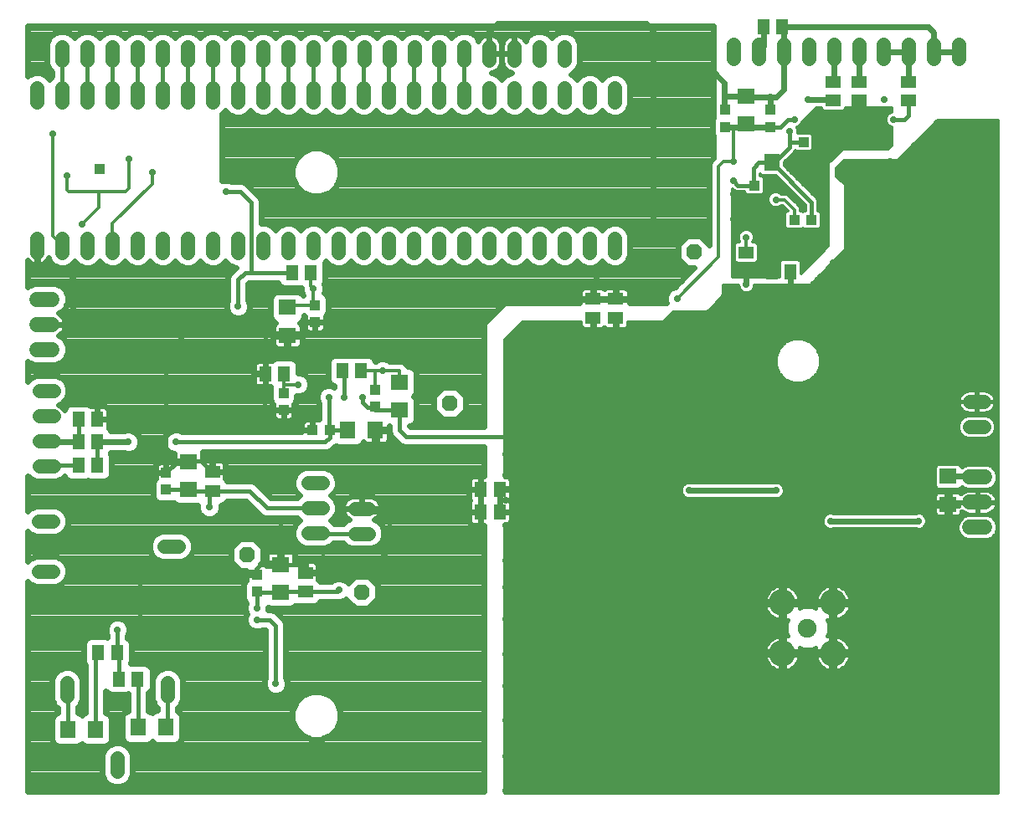
<source format=gbr>
G75*
%MOIN*%
%OFA0B0*%
%FSLAX25Y25*%
%IPPOS*%
%LPD*%
%AMOC8*
5,1,8,0,0,1.08239X$1,22.5*
%
%ADD10R,0.06299X0.07087*%
%ADD11R,0.07087X0.06299*%
%ADD12R,0.03937X0.04331*%
%ADD13R,0.04331X0.03937*%
%ADD14C,0.07500*%
%ADD15C,0.10500*%
%ADD16C,0.05600*%
%ADD17R,0.06299X0.05118*%
%ADD18R,0.05118X0.06299*%
%ADD19R,0.05118X0.05906*%
%ADD20R,0.05906X0.05118*%
%ADD21C,0.06000*%
%ADD22OC8,0.06300*%
%ADD23C,0.02781*%
%ADD24C,0.01200*%
%ADD25C,0.02400*%
%ADD26C,0.01600*%
%ADD27R,0.03962X0.03962*%
D10*
X0024291Y0040344D03*
X0035315Y0040344D03*
X0052244Y0041132D03*
X0063268Y0041132D03*
X0135709Y0159636D03*
X0146732Y0159636D03*
X0304577Y0266142D03*
X0315600Y0266142D03*
D11*
X0294341Y0281555D03*
X0294341Y0292579D03*
X0156181Y0178533D03*
X0156181Y0167510D03*
X0111693Y0197431D03*
X0111693Y0208455D03*
X0072323Y0147037D03*
X0072323Y0136014D03*
X0108937Y0106093D03*
X0108937Y0095069D03*
X0374685Y0130108D03*
X0374685Y0141132D03*
D12*
X0303917Y0280423D03*
X0303917Y0287116D03*
X0285974Y0287116D03*
X0285974Y0280423D03*
X0146732Y0175581D03*
X0146732Y0168888D03*
X0110118Y0167707D03*
X0110118Y0174400D03*
X0122717Y0202746D03*
X0122717Y0209439D03*
X0063268Y0142510D03*
X0063268Y0135817D03*
X0099488Y0101959D03*
X0099488Y0095266D03*
D13*
X0121732Y0159636D03*
X0128425Y0159636D03*
X0297510Y0257077D03*
X0304203Y0257077D03*
X0313524Y0243199D03*
X0320217Y0243199D03*
X0317106Y0274341D03*
X0323799Y0274341D03*
D14*
X0318730Y0080768D03*
D15*
X0308691Y0090807D03*
X0328769Y0090807D03*
X0328769Y0070729D03*
X0308691Y0070729D03*
D16*
X0383302Y0160935D02*
X0388902Y0160935D01*
X0388902Y0170935D02*
X0383302Y0170935D01*
X0242008Y0230379D02*
X0242008Y0235979D01*
X0232008Y0235979D02*
X0232008Y0230379D01*
X0222008Y0230379D02*
X0222008Y0235979D01*
X0212008Y0235979D02*
X0212008Y0230379D01*
X0202008Y0230379D02*
X0202008Y0235979D01*
X0192008Y0235979D02*
X0192008Y0230379D01*
X0182008Y0230379D02*
X0182008Y0235979D01*
X0172008Y0235979D02*
X0172008Y0230379D01*
X0162008Y0230379D02*
X0162008Y0235979D01*
X0152008Y0235979D02*
X0152008Y0230379D01*
X0142008Y0230379D02*
X0142008Y0235979D01*
X0132008Y0235979D02*
X0132008Y0230379D01*
X0122008Y0230379D02*
X0122008Y0235979D01*
X0112008Y0235979D02*
X0112008Y0230379D01*
X0102008Y0230379D02*
X0102008Y0235979D01*
X0092008Y0235979D02*
X0092008Y0230379D01*
X0082008Y0230379D02*
X0082008Y0235979D01*
X0072008Y0235979D02*
X0072008Y0230379D01*
X0062008Y0230379D02*
X0062008Y0235979D01*
X0052008Y0235979D02*
X0052008Y0230379D01*
X0042008Y0230379D02*
X0042008Y0235979D01*
X0032008Y0235979D02*
X0032008Y0230379D01*
X0022008Y0230379D02*
X0022008Y0235979D01*
X0012008Y0235979D02*
X0012008Y0230379D01*
X0012830Y0175266D02*
X0018430Y0175266D01*
X0018430Y0165266D02*
X0012830Y0165266D01*
X0012830Y0155187D02*
X0018430Y0155187D01*
X0018430Y0145187D02*
X0012830Y0145187D01*
X0012712Y0123258D02*
X0018312Y0123258D01*
X0018312Y0103258D02*
X0012712Y0103258D01*
X0062712Y0113258D02*
X0068312Y0113258D01*
X0119917Y0118533D02*
X0125517Y0118533D01*
X0138420Y0118415D02*
X0144020Y0118415D01*
X0144020Y0128415D02*
X0138420Y0128415D01*
X0125517Y0128533D02*
X0119917Y0128533D01*
X0119917Y0138533D02*
X0125517Y0138533D01*
X0063976Y0059050D02*
X0063976Y0053450D01*
X0043976Y0029050D02*
X0043976Y0023450D01*
X0023976Y0053450D02*
X0023976Y0059050D01*
X0022008Y0290379D02*
X0022008Y0295979D01*
X0032008Y0295979D02*
X0032008Y0290379D01*
X0042008Y0290379D02*
X0042008Y0295979D01*
X0052008Y0295979D02*
X0052008Y0290379D01*
X0062008Y0290379D02*
X0062008Y0295979D01*
X0072008Y0295979D02*
X0072008Y0290379D01*
X0082008Y0290379D02*
X0082008Y0295979D01*
X0092008Y0295979D02*
X0092008Y0290379D01*
X0102008Y0290379D02*
X0102008Y0295979D01*
X0112008Y0295979D02*
X0112008Y0290379D01*
X0122008Y0290379D02*
X0122008Y0295979D01*
X0132008Y0295979D02*
X0132008Y0290379D01*
X0142008Y0290379D02*
X0142008Y0295979D01*
X0152008Y0295979D02*
X0152008Y0290379D01*
X0162008Y0290379D02*
X0162008Y0295979D01*
X0172008Y0295979D02*
X0172008Y0290379D01*
X0182008Y0290379D02*
X0182008Y0295979D01*
X0192008Y0295979D02*
X0192008Y0290379D01*
X0202008Y0290379D02*
X0202008Y0295979D01*
X0212008Y0295979D02*
X0212008Y0290379D01*
X0222008Y0290379D02*
X0222008Y0295979D01*
X0232008Y0295979D02*
X0232008Y0290379D01*
X0242008Y0290379D02*
X0242008Y0295979D01*
X0221969Y0306836D02*
X0221969Y0312436D01*
X0211969Y0312436D02*
X0211969Y0306836D01*
X0201969Y0306836D02*
X0201969Y0312436D01*
X0191969Y0312436D02*
X0191969Y0306836D01*
X0182047Y0306836D02*
X0182047Y0312436D01*
X0172047Y0312436D02*
X0172047Y0306836D01*
X0162126Y0306836D02*
X0162126Y0312436D01*
X0152126Y0312436D02*
X0152126Y0306836D01*
X0142126Y0306836D02*
X0142126Y0312436D01*
X0132126Y0312436D02*
X0132126Y0306836D01*
X0121969Y0306836D02*
X0121969Y0312436D01*
X0111969Y0312436D02*
X0111969Y0306836D01*
X0101969Y0306836D02*
X0101969Y0312436D01*
X0091969Y0312436D02*
X0091969Y0306836D01*
X0081929Y0306836D02*
X0081929Y0312436D01*
X0071929Y0312436D02*
X0071929Y0306836D01*
X0061929Y0306836D02*
X0061929Y0312436D01*
X0051890Y0312436D02*
X0051890Y0306836D01*
X0041890Y0306836D02*
X0041890Y0312436D01*
X0031890Y0312436D02*
X0031890Y0306836D01*
X0021890Y0306836D02*
X0021890Y0312436D01*
X0012008Y0295979D02*
X0012008Y0290379D01*
X0289213Y0307623D02*
X0289213Y0313223D01*
X0299213Y0313223D02*
X0299213Y0307623D01*
X0309213Y0307623D02*
X0309213Y0313223D01*
X0319213Y0313223D02*
X0319213Y0307623D01*
X0329134Y0307623D02*
X0329134Y0313223D01*
X0339134Y0313223D02*
X0339134Y0307623D01*
X0349055Y0307623D02*
X0349055Y0313223D01*
X0359055Y0313223D02*
X0359055Y0307623D01*
X0369055Y0307623D02*
X0369055Y0313223D01*
X0379055Y0313223D02*
X0379055Y0307623D01*
D17*
X0339252Y0298415D03*
X0339252Y0290935D03*
X0329016Y0290935D03*
X0329016Y0298415D03*
X0242402Y0211801D03*
X0242402Y0204321D03*
X0233346Y0204321D03*
X0233346Y0211801D03*
D18*
X0304409Y0222628D03*
X0311890Y0222628D03*
X0196142Y0136014D03*
X0188661Y0136014D03*
X0188661Y0126959D03*
X0196142Y0126959D03*
X0301260Y0320266D03*
X0308740Y0320266D03*
D19*
X0141024Y0183258D03*
X0133543Y0183258D03*
X0110315Y0182077D03*
X0102835Y0182077D03*
X0113465Y0222234D03*
X0120945Y0222234D03*
X0035906Y0163967D03*
X0028425Y0163967D03*
X0028425Y0154911D03*
X0035906Y0154911D03*
X0035906Y0145463D03*
X0028425Y0145463D03*
X0036299Y0071053D03*
X0043780Y0071053D03*
X0044567Y0060423D03*
X0052047Y0060423D03*
D20*
X0118780Y0095266D03*
X0118780Y0102746D03*
X0081772Y0135423D03*
X0081772Y0142904D03*
X0294370Y0222825D03*
X0294370Y0230305D03*
X0358937Y0290935D03*
X0358937Y0298415D03*
D21*
X0383339Y0140896D02*
X0389339Y0140896D01*
X0389339Y0130896D02*
X0383339Y0130896D01*
X0383339Y0120896D02*
X0389339Y0120896D01*
X0018000Y0191762D02*
X0012000Y0191762D01*
X0012000Y0201762D02*
X0018000Y0201762D01*
X0018000Y0211762D02*
X0012000Y0211762D01*
D22*
X0095551Y0110030D03*
X0141220Y0095069D03*
X0176260Y0170266D03*
X0273504Y0230502D03*
D23*
X0257362Y0241919D03*
X0289252Y0243494D03*
X0294370Y0236407D03*
X0294370Y0217510D03*
X0290433Y0213179D03*
X0290433Y0206880D03*
X0290433Y0199006D03*
X0281772Y0190738D03*
X0288858Y0185620D03*
X0294370Y0178533D03*
X0296732Y0170266D03*
X0296732Y0161998D03*
X0296732Y0154124D03*
X0297520Y0140344D03*
X0306575Y0139951D03*
X0306181Y0135620D03*
X0297520Y0130108D03*
X0306181Y0123415D03*
X0295945Y0121447D03*
X0292795Y0113573D03*
X0289252Y0109242D03*
X0289252Y0100581D03*
X0289646Y0091526D03*
X0289646Y0084045D03*
X0289646Y0076565D03*
X0289646Y0068691D03*
X0289646Y0060817D03*
X0292008Y0053337D03*
X0296339Y0047431D03*
X0303031Y0043100D03*
X0310906Y0041919D03*
X0319567Y0041919D03*
X0327441Y0041919D03*
X0334921Y0041919D03*
X0342402Y0041919D03*
X0349094Y0041919D03*
X0355787Y0041919D03*
X0361299Y0043888D03*
X0365236Y0047431D03*
X0368386Y0052549D03*
X0384528Y0046250D03*
X0386102Y0053337D03*
X0386496Y0060817D03*
X0386496Y0067904D03*
X0393583Y0065935D03*
X0393189Y0078533D03*
X0384528Y0075384D03*
X0384134Y0084439D03*
X0380197Y0088376D03*
X0374685Y0091526D03*
X0371535Y0096250D03*
X0367598Y0101762D03*
X0363268Y0108455D03*
X0358937Y0114360D03*
X0355787Y0119085D03*
X0362874Y0123415D03*
X0366811Y0127352D03*
X0366811Y0136014D03*
X0358937Y0135620D03*
X0351457Y0136407D03*
X0352244Y0128140D03*
X0338071Y0127352D03*
X0338465Y0133652D03*
X0336496Y0137982D03*
X0327835Y0123415D03*
X0336496Y0119085D03*
X0338465Y0112785D03*
X0342795Y0108061D03*
X0346339Y0102549D03*
X0350276Y0097037D03*
X0353031Y0091132D03*
X0344764Y0089163D03*
X0337283Y0089163D03*
X0327441Y0106486D03*
X0306181Y0106486D03*
X0279803Y0130108D03*
X0271535Y0135620D03*
X0280197Y0140344D03*
X0280197Y0149006D03*
X0280197Y0156880D03*
X0280197Y0164754D03*
X0277441Y0172628D03*
X0269567Y0176565D03*
X0260118Y0176565D03*
X0250669Y0176565D03*
X0241614Y0176565D03*
X0232953Y0176565D03*
X0231772Y0168691D03*
X0223898Y0169872D03*
X0223504Y0158455D03*
X0231772Y0157667D03*
X0223898Y0149793D03*
X0231772Y0144281D03*
X0223898Y0137195D03*
X0231772Y0132470D03*
X0223898Y0125384D03*
X0231772Y0121841D03*
X0223898Y0113573D03*
X0231772Y0111211D03*
X0232165Y0102549D03*
X0227047Y0096644D03*
X0223898Y0101762D03*
X0234921Y0094281D03*
X0243189Y0094281D03*
X0252244Y0094281D03*
X0246339Y0102156D03*
X0250276Y0106880D03*
X0258150Y0102549D03*
X0268386Y0102549D03*
X0268386Y0094281D03*
X0272717Y0092707D03*
X0262480Y0094281D03*
X0272717Y0083652D03*
X0272323Y0074596D03*
X0272323Y0066722D03*
X0272323Y0058848D03*
X0273898Y0051368D03*
X0277047Y0044281D03*
X0280984Y0038376D03*
X0286102Y0033258D03*
X0292402Y0028927D03*
X0300276Y0025778D03*
X0308937Y0024596D03*
X0317205Y0024596D03*
X0324685Y0024596D03*
X0331772Y0024596D03*
X0340039Y0024596D03*
X0347913Y0024596D03*
X0356181Y0024596D03*
X0364055Y0026171D03*
X0370748Y0029321D03*
X0377047Y0034045D03*
X0381378Y0039557D03*
X0393583Y0038967D03*
X0393189Y0028337D03*
X0393189Y0016526D03*
X0379409Y0016526D03*
X0366024Y0016132D03*
X0351063Y0016329D03*
X0332559Y0015935D03*
X0316811Y0015935D03*
X0299094Y0015935D03*
X0283346Y0015935D03*
X0263661Y0015935D03*
X0247913Y0015935D03*
X0230197Y0015935D03*
X0214449Y0015935D03*
X0198701Y0015935D03*
X0198701Y0029715D03*
X0198701Y0043888D03*
X0198701Y0057667D03*
X0198701Y0070266D03*
X0198701Y0084439D03*
X0212087Y0086407D03*
X0198701Y0097037D03*
X0198701Y0107667D03*
X0212087Y0111998D03*
X0198701Y0121447D03*
X0198701Y0131683D03*
X0198701Y0141526D03*
X0198701Y0149793D03*
X0202638Y0158455D03*
X0203819Y0167116D03*
X0199094Y0191132D03*
X0199094Y0195463D03*
X0205394Y0201762D03*
X0212874Y0201762D03*
X0223110Y0201762D03*
X0225079Y0192707D03*
X0217205Y0192707D03*
X0208543Y0192313D03*
X0235512Y0193494D03*
X0238071Y0199990D03*
X0244567Y0193494D03*
X0254606Y0193494D03*
X0263661Y0193494D03*
X0262480Y0202549D03*
X0269961Y0202156D03*
X0273110Y0193100D03*
X0266811Y0211998D03*
X0252441Y0201762D03*
X0299488Y0213967D03*
X0308543Y0213967D03*
X0315630Y0211604D03*
X0319567Y0215541D03*
X0323898Y0220659D03*
X0329016Y0226171D03*
X0334528Y0231683D03*
X0334528Y0239557D03*
X0343189Y0236407D03*
X0343189Y0227746D03*
X0342402Y0218691D03*
X0335709Y0217510D03*
X0333346Y0206093D03*
X0333346Y0196250D03*
X0341220Y0192313D03*
X0341220Y0184439D03*
X0337283Y0178533D03*
X0342008Y0171447D03*
X0342402Y0165541D03*
X0342402Y0158848D03*
X0333740Y0155699D03*
X0322323Y0154911D03*
X0318386Y0149793D03*
X0317598Y0139951D03*
X0314449Y0169085D03*
X0314843Y0202943D03*
X0360906Y0200581D03*
X0360906Y0192313D03*
X0360906Y0183652D03*
X0360512Y0176171D03*
X0368780Y0171841D03*
X0377047Y0165935D03*
X0368780Y0162785D03*
X0368780Y0154911D03*
X0376654Y0155305D03*
X0376654Y0147825D03*
X0368780Y0147825D03*
X0359331Y0154911D03*
X0359724Y0161211D03*
X0359331Y0167510D03*
X0376260Y0180108D03*
X0382559Y0187982D03*
X0392008Y0187785D03*
X0392008Y0199203D03*
X0382559Y0199006D03*
X0382165Y0210030D03*
X0392008Y0210226D03*
X0392008Y0221644D03*
X0382165Y0221447D03*
X0382165Y0234045D03*
X0392008Y0234242D03*
X0392008Y0246053D03*
X0382165Y0245856D03*
X0380984Y0257667D03*
X0371732Y0261014D03*
X0358543Y0256486D03*
X0355394Y0262982D03*
X0351457Y0266526D03*
X0357756Y0268888D03*
X0361102Y0272825D03*
X0370354Y0281880D03*
X0381772Y0281880D03*
X0380984Y0272234D03*
X0392402Y0272037D03*
X0393583Y0282077D03*
X0392795Y0257864D03*
X0360118Y0248415D03*
X0360118Y0239951D03*
X0360118Y0231683D03*
X0360118Y0224203D03*
X0360906Y0216329D03*
X0360906Y0208455D03*
X0343189Y0244281D03*
X0339843Y0251171D03*
X0334528Y0247431D03*
X0306181Y0251368D03*
X0289252Y0253730D03*
X0289252Y0258848D03*
X0289252Y0266722D03*
X0311693Y0278533D03*
X0313661Y0283258D03*
X0318780Y0291132D03*
X0303819Y0292313D03*
X0282165Y0301368D03*
X0273110Y0310030D03*
X0349094Y0291132D03*
X0353031Y0283258D03*
X0255394Y0156486D03*
X0260512Y0139951D03*
X0250669Y0137195D03*
X0258543Y0129321D03*
X0247913Y0127352D03*
X0247913Y0117510D03*
X0258543Y0113573D03*
X0268386Y0113573D03*
X0274291Y0119478D03*
X0251063Y0068691D03*
X0252244Y0044281D03*
X0223504Y0044281D03*
X0223504Y0068691D03*
X0212087Y0137982D03*
X0149488Y0183258D03*
X0141614Y0172628D03*
X0134134Y0172628D03*
X0128228Y0172628D03*
X0116417Y0167510D03*
X0116024Y0177746D03*
X0128228Y0205305D03*
X0121929Y0215935D03*
X0092008Y0208848D03*
X0087283Y0254518D03*
X0057756Y0262392D03*
X0048701Y0267510D03*
X0023898Y0260817D03*
X0018386Y0277746D03*
X0029803Y0241526D03*
X0048307Y0154911D03*
X0053031Y0142707D03*
X0067205Y0154911D03*
X0080591Y0128927D03*
X0108937Y0124203D03*
X0125866Y0108455D03*
X0132165Y0095856D03*
X0099488Y0088770D03*
X0099488Y0084045D03*
X0092795Y0103337D03*
X0058937Y0078927D03*
X0043976Y0080108D03*
X0053031Y0103337D03*
X0053031Y0119478D03*
X0106969Y0058455D03*
X0171929Y0211998D03*
X0338465Y0071841D03*
X0347913Y0071841D03*
X0357756Y0069478D03*
X0367598Y0069478D03*
X0344370Y0054911D03*
X0316417Y0054518D03*
X0379409Y0108455D03*
X0393189Y0111801D03*
X0393583Y0102156D03*
X0393583Y0091132D03*
X0393583Y0051565D03*
X0355394Y0148219D03*
D24*
X0307550Y0220659D02*
X0288858Y0220659D01*
X0288858Y0255592D01*
X0289562Y0254889D01*
X0290510Y0254496D01*
X0293563Y0254496D01*
X0293563Y0254371D01*
X0294607Y0253327D01*
X0300413Y0253327D01*
X0301456Y0254371D01*
X0301456Y0259783D01*
X0300413Y0260826D01*
X0299777Y0260826D01*
X0299777Y0261730D01*
X0300689Y0260817D01*
X0306251Y0260817D01*
X0317773Y0249295D01*
X0317773Y0246948D01*
X0317313Y0246948D01*
X0316870Y0246505D01*
X0316427Y0246948D01*
X0316043Y0246948D01*
X0316043Y0248417D01*
X0314648Y0249812D01*
X0310711Y0253749D01*
X0308285Y0253749D01*
X0307978Y0254057D01*
X0306812Y0254540D01*
X0305550Y0254540D01*
X0304384Y0254057D01*
X0303492Y0253165D01*
X0303009Y0251999D01*
X0303009Y0250737D01*
X0303492Y0249572D01*
X0304384Y0248679D01*
X0305550Y0248196D01*
X0306812Y0248196D01*
X0307978Y0248679D01*
X0308285Y0248987D01*
X0308738Y0248987D01*
X0310777Y0246948D01*
X0310621Y0246948D01*
X0309577Y0245905D01*
X0309577Y0240493D01*
X0310621Y0239449D01*
X0316427Y0239449D01*
X0316870Y0239893D01*
X0317313Y0239449D01*
X0323120Y0239449D01*
X0324163Y0240493D01*
X0324163Y0245905D01*
X0323120Y0246948D01*
X0322935Y0246948D01*
X0322935Y0250878D01*
X0322542Y0251826D01*
X0309507Y0264861D01*
X0309507Y0266399D01*
X0313852Y0270743D01*
X0313910Y0270884D01*
X0314203Y0270591D01*
X0320009Y0270591D01*
X0321053Y0271634D01*
X0321053Y0277047D01*
X0320009Y0278090D01*
X0314865Y0278090D01*
X0314865Y0279164D01*
X0314466Y0280126D01*
X0314522Y0280181D01*
X0315458Y0280569D01*
X0316350Y0281461D01*
X0316738Y0282397D01*
X0322323Y0287982D01*
X0324085Y0287982D01*
X0324085Y0287638D01*
X0325128Y0286595D01*
X0332903Y0286595D01*
X0333946Y0287638D01*
X0333946Y0287982D01*
X0348410Y0287982D01*
X0348464Y0287960D01*
X0349725Y0287960D01*
X0349779Y0287982D01*
X0352244Y0287982D01*
X0352244Y0286365D01*
X0351235Y0285947D01*
X0350343Y0285054D01*
X0349860Y0283889D01*
X0349860Y0282627D01*
X0350343Y0281461D01*
X0351235Y0280569D01*
X0352244Y0280151D01*
X0352244Y0273022D01*
X0350669Y0271447D01*
X0332165Y0271447D01*
X0332165Y0271053D01*
X0327047Y0265935D01*
X0327047Y0232864D01*
X0316230Y0222047D01*
X0316230Y0226515D01*
X0315187Y0227559D01*
X0308593Y0227559D01*
X0307550Y0226515D01*
X0307550Y0220659D01*
X0307550Y0221361D02*
X0288858Y0221361D01*
X0288858Y0222560D02*
X0307550Y0222560D01*
X0307550Y0223758D02*
X0288858Y0223758D01*
X0288858Y0224957D02*
X0307550Y0224957D01*
X0307550Y0226155D02*
X0298251Y0226155D01*
X0298061Y0225965D02*
X0299104Y0227008D01*
X0299104Y0233602D01*
X0298061Y0234645D01*
X0297073Y0234645D01*
X0297542Y0235777D01*
X0297542Y0237038D01*
X0297059Y0238204D01*
X0296167Y0239096D01*
X0295001Y0239579D01*
X0293739Y0239579D01*
X0292573Y0239096D01*
X0291681Y0238204D01*
X0291198Y0237038D01*
X0291198Y0235777D01*
X0291667Y0234645D01*
X0290680Y0234645D01*
X0289636Y0233602D01*
X0289636Y0227008D01*
X0290680Y0225965D01*
X0298061Y0225965D01*
X0299104Y0227354D02*
X0308388Y0227354D01*
X0315391Y0227354D02*
X0321537Y0227354D01*
X0322735Y0228552D02*
X0299104Y0228552D01*
X0299104Y0229751D02*
X0323934Y0229751D01*
X0325132Y0230949D02*
X0299104Y0230949D01*
X0299104Y0232148D02*
X0326331Y0232148D01*
X0327047Y0233346D02*
X0299104Y0233346D01*
X0298161Y0234545D02*
X0327047Y0234545D01*
X0327047Y0235743D02*
X0297528Y0235743D01*
X0297542Y0236942D02*
X0327047Y0236942D01*
X0327047Y0238140D02*
X0297085Y0238140D01*
X0295581Y0239339D02*
X0327047Y0239339D01*
X0327047Y0240537D02*
X0324163Y0240537D01*
X0324163Y0241736D02*
X0327047Y0241736D01*
X0327047Y0242934D02*
X0324163Y0242934D01*
X0324163Y0244133D02*
X0327047Y0244133D01*
X0327047Y0245331D02*
X0324163Y0245331D01*
X0323538Y0246530D02*
X0327047Y0246530D01*
X0327047Y0247728D02*
X0322935Y0247728D01*
X0322935Y0248927D02*
X0327047Y0248927D01*
X0327047Y0250125D02*
X0322935Y0250125D01*
X0322751Y0251324D02*
X0327047Y0251324D01*
X0327047Y0252523D02*
X0321846Y0252523D01*
X0320648Y0253721D02*
X0327047Y0253721D01*
X0327047Y0254920D02*
X0319449Y0254920D01*
X0318251Y0256118D02*
X0327047Y0256118D01*
X0327047Y0257317D02*
X0317052Y0257317D01*
X0315854Y0258515D02*
X0327047Y0258515D01*
X0327047Y0259714D02*
X0314655Y0259714D01*
X0313457Y0260912D02*
X0327047Y0260912D01*
X0327047Y0262111D02*
X0312258Y0262111D01*
X0311060Y0263309D02*
X0327047Y0263309D01*
X0327047Y0264508D02*
X0309861Y0264508D01*
X0309507Y0265706D02*
X0327047Y0265706D01*
X0328017Y0266905D02*
X0310014Y0266905D01*
X0311212Y0268103D02*
X0329215Y0268103D01*
X0330414Y0269302D02*
X0312411Y0269302D01*
X0313609Y0270500D02*
X0331612Y0270500D01*
X0321053Y0271699D02*
X0350921Y0271699D01*
X0352120Y0272897D02*
X0321053Y0272897D01*
X0321053Y0274096D02*
X0352244Y0274096D01*
X0352244Y0275294D02*
X0321053Y0275294D01*
X0321053Y0276493D02*
X0352244Y0276493D01*
X0352244Y0277691D02*
X0320408Y0277691D01*
X0316176Y0281287D02*
X0350517Y0281287D01*
X0349919Y0282485D02*
X0316826Y0282485D01*
X0318024Y0283684D02*
X0349860Y0283684D01*
X0350271Y0284882D02*
X0319223Y0284882D01*
X0320421Y0286081D02*
X0351559Y0286081D01*
X0352244Y0287279D02*
X0333588Y0287279D01*
X0324444Y0287279D02*
X0321620Y0287279D01*
X0314482Y0280088D02*
X0352244Y0280088D01*
X0352244Y0278890D02*
X0314865Y0278890D01*
X0300595Y0260912D02*
X0299777Y0260912D01*
X0301456Y0259714D02*
X0307355Y0259714D01*
X0308553Y0258515D02*
X0301456Y0258515D01*
X0301456Y0257317D02*
X0309752Y0257317D01*
X0310950Y0256118D02*
X0301456Y0256118D01*
X0301456Y0254920D02*
X0312149Y0254920D01*
X0313347Y0253721D02*
X0310739Y0253721D01*
X0311937Y0252523D02*
X0314546Y0252523D01*
X0315744Y0251324D02*
X0313136Y0251324D01*
X0314334Y0250125D02*
X0316943Y0250125D01*
X0317773Y0248927D02*
X0315533Y0248927D01*
X0316043Y0247728D02*
X0317773Y0247728D01*
X0316895Y0246530D02*
X0316845Y0246530D01*
X0313661Y0247431D02*
X0313661Y0243337D01*
X0313524Y0243199D01*
X0309577Y0242934D02*
X0288858Y0242934D01*
X0289252Y0243494D02*
X0289252Y0253730D01*
X0288858Y0253721D02*
X0294213Y0253721D01*
X0289531Y0254920D02*
X0288858Y0254920D01*
X0288858Y0252523D02*
X0303226Y0252523D01*
X0303009Y0251324D02*
X0288858Y0251324D01*
X0288858Y0250125D02*
X0303263Y0250125D01*
X0304137Y0248927D02*
X0288858Y0248927D01*
X0288858Y0247728D02*
X0309997Y0247728D01*
X0310202Y0246530D02*
X0288858Y0246530D01*
X0288858Y0245331D02*
X0309577Y0245331D01*
X0309577Y0244133D02*
X0288858Y0244133D01*
X0288858Y0241736D02*
X0309577Y0241736D01*
X0309577Y0240537D02*
X0288858Y0240537D01*
X0288858Y0239339D02*
X0293159Y0239339D01*
X0291655Y0238140D02*
X0288858Y0238140D01*
X0288858Y0236942D02*
X0291198Y0236942D01*
X0291212Y0235743D02*
X0288858Y0235743D01*
X0288858Y0234545D02*
X0290579Y0234545D01*
X0289636Y0233346D02*
X0288858Y0233346D01*
X0288858Y0232148D02*
X0289636Y0232148D01*
X0289636Y0230949D02*
X0288858Y0230949D01*
X0288858Y0229751D02*
X0289636Y0229751D01*
X0289636Y0228552D02*
X0288858Y0228552D01*
X0288858Y0227354D02*
X0289636Y0227354D01*
X0288858Y0226155D02*
X0290489Y0226155D01*
X0294370Y0230305D02*
X0294370Y0236407D01*
X0283346Y0228533D02*
X0266811Y0211998D01*
X0283346Y0228533D02*
X0283346Y0264754D01*
X0285315Y0266722D01*
X0289252Y0266722D01*
X0289252Y0280423D01*
X0289252Y0258848D02*
X0289843Y0258258D01*
X0300807Y0253721D02*
X0304049Y0253721D01*
X0306181Y0251368D02*
X0309724Y0251368D01*
X0313661Y0247431D01*
X0320354Y0245256D02*
X0320354Y0243337D01*
X0308798Y0248927D02*
X0308225Y0248927D01*
X0316230Y0226155D02*
X0320338Y0226155D01*
X0319140Y0224957D02*
X0316230Y0224957D01*
X0316230Y0223758D02*
X0317941Y0223758D01*
X0316743Y0222560D02*
X0316230Y0222560D01*
X0233346Y0211801D02*
X0171732Y0211801D01*
X0156181Y0183258D02*
X0149488Y0183258D01*
X0146732Y0183258D01*
X0146732Y0175581D01*
X0146732Y0168888D02*
X0146732Y0167510D01*
X0146732Y0168691D02*
X0146732Y0168888D01*
X0156181Y0178533D02*
X0156181Y0183258D01*
X0146732Y0183258D02*
X0141024Y0183258D01*
X0125472Y0202549D02*
X0122913Y0202549D01*
X0122717Y0202746D01*
X0122520Y0202549D01*
X0119173Y0202549D01*
X0118386Y0201762D01*
X0118386Y0198219D01*
X0117598Y0197431D01*
X0111693Y0197431D01*
X0111693Y0208455D02*
X0112677Y0209439D01*
X0122717Y0209439D01*
X0121929Y0210226D01*
X0121929Y0215935D01*
X0120945Y0216919D01*
X0120945Y0222234D01*
X0128228Y0205305D02*
X0125472Y0202549D01*
X0110315Y0182077D02*
X0110315Y0177746D01*
X0116024Y0177746D01*
X0110315Y0177746D02*
X0110315Y0174596D01*
X0110118Y0174400D01*
X0102638Y0181880D02*
X0102835Y0182077D01*
X0097913Y0222234D02*
X0097126Y0223022D01*
X0057756Y0257667D02*
X0042008Y0241919D01*
X0042008Y0233179D01*
X0029803Y0241526D02*
X0036496Y0248219D01*
X0036496Y0254518D01*
X0047126Y0254518D01*
X0048701Y0256093D01*
X0048701Y0267510D01*
X0057756Y0262392D02*
X0057756Y0257667D01*
X0036496Y0254518D02*
X0024685Y0254518D01*
X0023898Y0255305D01*
X0023898Y0260817D01*
X0018386Y0277746D02*
X0018386Y0236801D01*
X0022008Y0233179D01*
X0203425Y0167510D02*
X0203819Y0167116D01*
D25*
X0008150Y0099379D02*
X0008150Y0015541D01*
X0190039Y0015541D01*
X0190039Y0121609D01*
X0188741Y0121609D01*
X0188741Y0126879D01*
X0188582Y0126879D01*
X0188582Y0121609D01*
X0185813Y0121609D01*
X0185253Y0121759D01*
X0184752Y0122049D01*
X0184342Y0122458D01*
X0184052Y0122960D01*
X0183902Y0123519D01*
X0183902Y0126879D01*
X0188582Y0126879D01*
X0188582Y0127038D01*
X0183902Y0127038D01*
X0183902Y0130398D01*
X0184052Y0130957D01*
X0184342Y0131459D01*
X0184369Y0131486D01*
X0184342Y0131513D01*
X0184052Y0132015D01*
X0183902Y0132575D01*
X0183902Y0135934D01*
X0188582Y0135934D01*
X0188741Y0135934D01*
X0188741Y0130664D01*
X0188741Y0127038D01*
X0188582Y0127038D01*
X0188582Y0135934D01*
X0188582Y0136093D01*
X0183902Y0136093D01*
X0183902Y0139453D01*
X0184052Y0140013D01*
X0184342Y0140514D01*
X0184752Y0140924D01*
X0185253Y0141213D01*
X0185813Y0141363D01*
X0188582Y0141363D01*
X0188582Y0136093D01*
X0188741Y0136093D01*
X0188741Y0141363D01*
X0190039Y0141363D01*
X0190039Y0152911D01*
X0158148Y0152911D01*
X0156689Y0153516D01*
X0155573Y0154632D01*
X0152817Y0157388D01*
X0152213Y0158846D01*
X0152213Y0161192D01*
X0152082Y0161192D01*
X0152082Y0160011D01*
X0147107Y0160011D01*
X0147107Y0159261D01*
X0147107Y0153893D01*
X0150172Y0153893D01*
X0150731Y0154042D01*
X0151233Y0154332D01*
X0151642Y0154742D01*
X0151932Y0155243D01*
X0152082Y0155803D01*
X0152082Y0159261D01*
X0147107Y0159261D01*
X0146357Y0159261D01*
X0146357Y0153893D01*
X0143293Y0153893D01*
X0142734Y0154042D01*
X0142232Y0154332D01*
X0141822Y0154742D01*
X0141768Y0154836D01*
X0141544Y0154298D01*
X0140653Y0153406D01*
X0139489Y0152924D01*
X0131929Y0152924D01*
X0130764Y0153406D01*
X0130763Y0153408D01*
X0130018Y0152663D01*
X0128902Y0151547D01*
X0127443Y0150943D01*
X0077941Y0150943D01*
X0078066Y0150477D01*
X0078066Y0147538D01*
X0078529Y0147663D01*
X0081692Y0147663D01*
X0081692Y0142983D01*
X0081851Y0142983D01*
X0081851Y0147663D01*
X0085014Y0147663D01*
X0085574Y0147513D01*
X0086075Y0147223D01*
X0086485Y0146813D01*
X0086774Y0146312D01*
X0086924Y0145752D01*
X0086924Y0142983D01*
X0081851Y0142983D01*
X0081851Y0142824D01*
X0086924Y0142824D01*
X0086924Y0140263D01*
X0087411Y0139777D01*
X0087652Y0139195D01*
X0097522Y0139195D01*
X0098980Y0138591D01*
X0100097Y0137474D01*
X0105069Y0132502D01*
X0115444Y0132502D01*
X0116476Y0133533D01*
X0114857Y0135153D01*
X0113948Y0137346D01*
X0113948Y0139721D01*
X0114857Y0141914D01*
X0116536Y0143593D01*
X0118729Y0144502D01*
X0126704Y0144502D01*
X0128897Y0143593D01*
X0130576Y0141914D01*
X0131485Y0139721D01*
X0131485Y0137346D01*
X0130576Y0135153D01*
X0128957Y0133533D01*
X0130576Y0131914D01*
X0131485Y0129721D01*
X0131485Y0127346D01*
X0130576Y0125153D01*
X0128957Y0123533D01*
X0130107Y0122384D01*
X0133948Y0122384D01*
X0135040Y0123475D01*
X0136178Y0123947D01*
X0135800Y0124139D01*
X0135163Y0124602D01*
X0134607Y0125158D01*
X0134144Y0125795D01*
X0133787Y0126496D01*
X0133544Y0127245D01*
X0133420Y0128022D01*
X0133420Y0128415D01*
X0141220Y0128415D01*
X0141220Y0128415D01*
X0133420Y0128415D01*
X0133420Y0128809D01*
X0133544Y0129586D01*
X0133787Y0130335D01*
X0134144Y0131036D01*
X0134607Y0131673D01*
X0135163Y0132229D01*
X0135800Y0132692D01*
X0136501Y0133049D01*
X0137250Y0133292D01*
X0138027Y0133415D01*
X0141220Y0133415D01*
X0141220Y0128415D01*
X0141221Y0128415D01*
X0141221Y0128415D01*
X0149020Y0128415D01*
X0149020Y0128022D01*
X0148897Y0127245D01*
X0148654Y0126496D01*
X0148297Y0125795D01*
X0147834Y0125158D01*
X0147278Y0124602D01*
X0146641Y0124139D01*
X0146263Y0123947D01*
X0147401Y0123475D01*
X0149080Y0121796D01*
X0149989Y0119603D01*
X0149989Y0117228D01*
X0149080Y0115034D01*
X0147401Y0113355D01*
X0145208Y0112447D01*
X0137233Y0112447D01*
X0135040Y0113355D01*
X0133948Y0114447D01*
X0129871Y0114447D01*
X0128897Y0113474D01*
X0126704Y0112565D01*
X0118729Y0112565D01*
X0116536Y0113474D01*
X0114857Y0115153D01*
X0113948Y0117346D01*
X0113948Y0119721D01*
X0114857Y0121914D01*
X0116476Y0123533D01*
X0115444Y0124565D01*
X0102636Y0124565D01*
X0101177Y0125169D01*
X0095088Y0131258D01*
X0087489Y0131258D01*
X0087411Y0131069D01*
X0086519Y0130178D01*
X0085355Y0129696D01*
X0085150Y0129696D01*
X0085150Y0128020D01*
X0084456Y0126345D01*
X0083173Y0125062D01*
X0081497Y0124368D01*
X0079684Y0124368D01*
X0078008Y0125062D01*
X0076726Y0126345D01*
X0076031Y0128020D01*
X0076031Y0129696D01*
X0068149Y0129696D01*
X0066985Y0130178D01*
X0066441Y0130721D01*
X0065866Y0130483D01*
X0060669Y0130483D01*
X0059504Y0130965D01*
X0058613Y0131857D01*
X0058131Y0133021D01*
X0058131Y0138613D01*
X0058613Y0139777D01*
X0059099Y0140263D01*
X0059099Y0142510D01*
X0063268Y0142510D01*
X0063268Y0142510D01*
X0063268Y0146875D01*
X0065526Y0146875D01*
X0066085Y0146725D01*
X0066580Y0146440D01*
X0066580Y0146663D01*
X0071948Y0146663D01*
X0071948Y0147412D01*
X0066580Y0147412D01*
X0066580Y0150352D01*
X0066298Y0150352D01*
X0064622Y0151046D01*
X0063340Y0152329D01*
X0062646Y0154005D01*
X0062646Y0155818D01*
X0063340Y0157494D01*
X0064622Y0158776D01*
X0066298Y0159470D01*
X0068112Y0159470D01*
X0069537Y0158880D01*
X0117367Y0158880D01*
X0117367Y0159636D01*
X0121732Y0159636D01*
X0121732Y0159636D01*
X0121732Y0163804D01*
X0119277Y0163804D01*
X0118718Y0163654D01*
X0118216Y0163365D01*
X0117806Y0162955D01*
X0117517Y0162453D01*
X0117367Y0161894D01*
X0117367Y0159636D01*
X0121732Y0159636D01*
X0121732Y0159636D01*
X0121732Y0163804D01*
X0123979Y0163804D01*
X0124260Y0164085D01*
X0124260Y0170295D01*
X0123669Y0171721D01*
X0123669Y0173535D01*
X0124363Y0175210D01*
X0125646Y0176493D01*
X0127321Y0177187D01*
X0129135Y0177187D01*
X0130165Y0176760D01*
X0130165Y0177215D01*
X0129189Y0177619D01*
X0128298Y0178510D01*
X0127816Y0179675D01*
X0127816Y0186841D01*
X0128298Y0188005D01*
X0129189Y0188897D01*
X0130354Y0189379D01*
X0136733Y0189379D01*
X0137283Y0189151D01*
X0137834Y0189379D01*
X0144213Y0189379D01*
X0145377Y0188897D01*
X0146269Y0188005D01*
X0146674Y0187026D01*
X0146809Y0187026D01*
X0146906Y0187123D01*
X0148581Y0187817D01*
X0150395Y0187817D01*
X0152071Y0187123D01*
X0152167Y0187026D01*
X0156931Y0187026D01*
X0158316Y0186453D01*
X0159376Y0185393D01*
X0159600Y0184852D01*
X0160355Y0184852D01*
X0161519Y0184369D01*
X0162411Y0183478D01*
X0162893Y0182313D01*
X0162893Y0174754D01*
X0162411Y0173589D01*
X0161843Y0173022D01*
X0162411Y0172454D01*
X0162893Y0171290D01*
X0162893Y0163730D01*
X0162411Y0162565D01*
X0161519Y0161674D01*
X0160355Y0161192D01*
X0160237Y0161192D01*
X0160581Y0160848D01*
X0190039Y0160848D01*
X0190039Y0202156D01*
X0198307Y0210423D01*
X0227997Y0210423D01*
X0227997Y0211722D01*
X0233267Y0211722D01*
X0233267Y0211881D01*
X0233267Y0216560D01*
X0229907Y0216560D01*
X0229348Y0216410D01*
X0228846Y0216121D01*
X0228436Y0215711D01*
X0228147Y0215209D01*
X0227997Y0214650D01*
X0227997Y0211881D01*
X0233267Y0211881D01*
X0233426Y0211881D01*
X0233426Y0216560D01*
X0236786Y0216560D01*
X0237345Y0216410D01*
X0237847Y0216121D01*
X0237874Y0216094D01*
X0237901Y0216121D01*
X0238403Y0216410D01*
X0238962Y0216560D01*
X0242322Y0216560D01*
X0242322Y0211881D01*
X0242481Y0211881D01*
X0242481Y0216560D01*
X0245841Y0216560D01*
X0246400Y0216410D01*
X0246902Y0216121D01*
X0247312Y0215711D01*
X0247601Y0215209D01*
X0247751Y0214650D01*
X0247751Y0211881D01*
X0242481Y0211881D01*
X0242481Y0211722D01*
X0247751Y0211722D01*
X0247751Y0210423D01*
X0262529Y0210423D01*
X0262252Y0211091D01*
X0262252Y0212905D01*
X0262946Y0214581D01*
X0264229Y0215863D01*
X0265904Y0216557D01*
X0266041Y0216557D01*
X0273667Y0224183D01*
X0270887Y0224183D01*
X0267185Y0227885D01*
X0267185Y0233119D01*
X0270887Y0236820D01*
X0276121Y0236820D01*
X0279578Y0233364D01*
X0279578Y0265504D01*
X0280152Y0266889D01*
X0281212Y0267949D01*
X0281378Y0268115D01*
X0281378Y0276405D01*
X0281320Y0276463D01*
X0280837Y0277628D01*
X0280837Y0283219D01*
X0281320Y0284383D01*
X0281378Y0284442D01*
X0281378Y0320659D01*
X0008150Y0320659D01*
X0008150Y0300562D01*
X0008627Y0301039D01*
X0010821Y0301948D01*
X0013195Y0301948D01*
X0015389Y0301039D01*
X0017008Y0299420D01*
X0018039Y0300451D01*
X0018039Y0302245D01*
X0016830Y0303455D01*
X0015921Y0305649D01*
X0015921Y0313623D01*
X0016830Y0315817D01*
X0018509Y0317496D01*
X0020703Y0318404D01*
X0023077Y0318404D01*
X0025271Y0317496D01*
X0026890Y0315877D01*
X0028509Y0317496D01*
X0030703Y0318404D01*
X0033077Y0318404D01*
X0035271Y0317496D01*
X0036890Y0315877D01*
X0038509Y0317496D01*
X0040703Y0318404D01*
X0043077Y0318404D01*
X0045271Y0317496D01*
X0046890Y0315877D01*
X0048509Y0317496D01*
X0050703Y0318404D01*
X0053077Y0318404D01*
X0055271Y0317496D01*
X0056909Y0315857D01*
X0058548Y0317496D01*
X0060742Y0318404D01*
X0063116Y0318404D01*
X0065310Y0317496D01*
X0066929Y0315877D01*
X0068548Y0317496D01*
X0070742Y0318404D01*
X0073116Y0318404D01*
X0075310Y0317496D01*
X0076929Y0315877D01*
X0078548Y0317496D01*
X0080742Y0318404D01*
X0083116Y0318404D01*
X0085310Y0317496D01*
X0086949Y0315857D01*
X0088588Y0317496D01*
X0090781Y0318404D01*
X0093156Y0318404D01*
X0095349Y0317496D01*
X0096968Y0315877D01*
X0098588Y0317496D01*
X0100781Y0318404D01*
X0103156Y0318404D01*
X0105349Y0317496D01*
X0106968Y0315877D01*
X0108588Y0317496D01*
X0110781Y0318404D01*
X0113156Y0318404D01*
X0115349Y0317496D01*
X0116968Y0315877D01*
X0118588Y0317496D01*
X0120781Y0318404D01*
X0123156Y0318404D01*
X0125349Y0317496D01*
X0127028Y0315817D01*
X0127047Y0315771D01*
X0127066Y0315817D01*
X0128745Y0317496D01*
X0130939Y0318404D01*
X0133313Y0318404D01*
X0135507Y0317496D01*
X0137126Y0315877D01*
X0138745Y0317496D01*
X0140939Y0318404D01*
X0143313Y0318404D01*
X0145507Y0317496D01*
X0147126Y0315877D01*
X0148745Y0317496D01*
X0150939Y0318404D01*
X0153313Y0318404D01*
X0155507Y0317496D01*
X0157126Y0315877D01*
X0158745Y0317496D01*
X0160939Y0318404D01*
X0163313Y0318404D01*
X0165507Y0317496D01*
X0167087Y0315916D01*
X0168666Y0317496D01*
X0170860Y0318404D01*
X0173234Y0318404D01*
X0175428Y0317496D01*
X0177047Y0315877D01*
X0178666Y0317496D01*
X0180860Y0318404D01*
X0183234Y0318404D01*
X0185428Y0317496D01*
X0187107Y0315817D01*
X0187543Y0314764D01*
X0187692Y0315056D01*
X0188155Y0315693D01*
X0188711Y0316250D01*
X0189348Y0316712D01*
X0190049Y0317070D01*
X0190798Y0317313D01*
X0191575Y0317436D01*
X0191968Y0317436D01*
X0191968Y0309636D01*
X0191969Y0309636D01*
X0196968Y0309636D01*
X0196968Y0312829D01*
X0196845Y0313607D01*
X0196602Y0314355D01*
X0196245Y0315056D01*
X0195782Y0315693D01*
X0195226Y0316250D01*
X0194589Y0316712D01*
X0193888Y0317070D01*
X0193139Y0317313D01*
X0192362Y0317436D01*
X0191969Y0317436D01*
X0191969Y0309636D01*
X0191969Y0309636D01*
X0196968Y0309636D01*
X0196969Y0309636D02*
X0201968Y0309636D01*
X0201968Y0309636D01*
X0201968Y0317436D01*
X0201575Y0317436D01*
X0200798Y0317313D01*
X0200049Y0317070D01*
X0199348Y0316712D01*
X0198711Y0316250D01*
X0198155Y0315693D01*
X0197692Y0315056D01*
X0197335Y0314355D01*
X0197092Y0313607D01*
X0196969Y0312829D01*
X0196969Y0309636D01*
X0196969Y0306442D01*
X0197092Y0305665D01*
X0197335Y0304916D01*
X0197692Y0304215D01*
X0198155Y0303579D01*
X0198711Y0303022D01*
X0199348Y0302559D01*
X0200049Y0302202D01*
X0200798Y0301959D01*
X0200869Y0301948D01*
X0200821Y0301948D01*
X0198627Y0301039D01*
X0197008Y0299420D01*
X0195389Y0301039D01*
X0193195Y0301948D01*
X0193068Y0301948D01*
X0193139Y0301959D01*
X0193888Y0302202D01*
X0194589Y0302559D01*
X0195226Y0303022D01*
X0195782Y0303579D01*
X0196245Y0304215D01*
X0196602Y0304916D01*
X0196845Y0305665D01*
X0196968Y0306442D01*
X0196968Y0309636D01*
X0196969Y0309636D02*
X0201968Y0309636D01*
X0201969Y0309636D01*
X0201969Y0317436D01*
X0202362Y0317436D01*
X0203139Y0317313D01*
X0203888Y0317070D01*
X0204589Y0316712D01*
X0205226Y0316250D01*
X0205782Y0315693D01*
X0206245Y0315056D01*
X0206437Y0314679D01*
X0206909Y0315817D01*
X0208588Y0317496D01*
X0210781Y0318404D01*
X0213156Y0318404D01*
X0215349Y0317496D01*
X0216968Y0315877D01*
X0218588Y0317496D01*
X0220781Y0318404D01*
X0223156Y0318404D01*
X0225349Y0317496D01*
X0227028Y0315817D01*
X0227937Y0313623D01*
X0227937Y0305649D01*
X0227028Y0303455D01*
X0225349Y0301776D01*
X0224479Y0301416D01*
X0225389Y0301039D01*
X0227008Y0299420D01*
X0228627Y0301039D01*
X0230821Y0301948D01*
X0233195Y0301948D01*
X0235389Y0301039D01*
X0237008Y0299420D01*
X0238627Y0301039D01*
X0240821Y0301948D01*
X0243195Y0301948D01*
X0245389Y0301039D01*
X0247068Y0299360D01*
X0247976Y0297166D01*
X0247976Y0289192D01*
X0247068Y0286998D01*
X0245389Y0285319D01*
X0243195Y0284411D01*
X0240821Y0284411D01*
X0238627Y0285319D01*
X0237008Y0286938D01*
X0235389Y0285319D01*
X0233195Y0284411D01*
X0230821Y0284411D01*
X0228627Y0285319D01*
X0227008Y0286938D01*
X0225389Y0285319D01*
X0223195Y0284411D01*
X0220821Y0284411D01*
X0218627Y0285319D01*
X0217008Y0286938D01*
X0215389Y0285319D01*
X0213195Y0284411D01*
X0210821Y0284411D01*
X0208627Y0285319D01*
X0207008Y0286938D01*
X0205389Y0285319D01*
X0203195Y0284411D01*
X0200821Y0284411D01*
X0198627Y0285319D01*
X0197008Y0286938D01*
X0195389Y0285319D01*
X0193195Y0284411D01*
X0190821Y0284411D01*
X0188627Y0285319D01*
X0187008Y0286938D01*
X0185389Y0285319D01*
X0183195Y0284411D01*
X0180821Y0284411D01*
X0178627Y0285319D01*
X0177008Y0286938D01*
X0175389Y0285319D01*
X0173195Y0284411D01*
X0170821Y0284411D01*
X0168627Y0285319D01*
X0167008Y0286938D01*
X0165389Y0285319D01*
X0163195Y0284411D01*
X0160821Y0284411D01*
X0158627Y0285319D01*
X0157008Y0286938D01*
X0155389Y0285319D01*
X0153195Y0284411D01*
X0150821Y0284411D01*
X0148627Y0285319D01*
X0147008Y0286938D01*
X0145389Y0285319D01*
X0143195Y0284411D01*
X0140821Y0284411D01*
X0138627Y0285319D01*
X0137008Y0286938D01*
X0135389Y0285319D01*
X0133195Y0284411D01*
X0130821Y0284411D01*
X0128627Y0285319D01*
X0127008Y0286938D01*
X0125389Y0285319D01*
X0123195Y0284411D01*
X0120821Y0284411D01*
X0118627Y0285319D01*
X0117008Y0286938D01*
X0115389Y0285319D01*
X0113195Y0284411D01*
X0110821Y0284411D01*
X0108627Y0285319D01*
X0107008Y0286938D01*
X0105389Y0285319D01*
X0103195Y0284411D01*
X0100821Y0284411D01*
X0098627Y0285319D01*
X0097008Y0286938D01*
X0095389Y0285319D01*
X0093195Y0284411D01*
X0090821Y0284411D01*
X0088627Y0285319D01*
X0087008Y0286938D01*
X0085740Y0285671D01*
X0085740Y0258813D01*
X0086377Y0259077D01*
X0088190Y0259077D01*
X0089616Y0258486D01*
X0093585Y0258486D01*
X0095043Y0257882D01*
X0099374Y0253551D01*
X0100490Y0252435D01*
X0101094Y0250976D01*
X0101094Y0241948D01*
X0103195Y0241948D01*
X0105389Y0241039D01*
X0107008Y0239420D01*
X0108627Y0241039D01*
X0110821Y0241948D01*
X0113195Y0241948D01*
X0115389Y0241039D01*
X0117008Y0239420D01*
X0118627Y0241039D01*
X0120821Y0241948D01*
X0123195Y0241948D01*
X0125389Y0241039D01*
X0127008Y0239420D01*
X0128627Y0241039D01*
X0130821Y0241948D01*
X0133195Y0241948D01*
X0135389Y0241039D01*
X0137008Y0239420D01*
X0138627Y0241039D01*
X0140821Y0241948D01*
X0143195Y0241948D01*
X0145389Y0241039D01*
X0147008Y0239420D01*
X0148627Y0241039D01*
X0150821Y0241948D01*
X0153195Y0241948D01*
X0155389Y0241039D01*
X0157008Y0239420D01*
X0158627Y0241039D01*
X0160821Y0241948D01*
X0163195Y0241948D01*
X0165389Y0241039D01*
X0167008Y0239420D01*
X0168627Y0241039D01*
X0170821Y0241948D01*
X0173195Y0241948D01*
X0175389Y0241039D01*
X0177008Y0239420D01*
X0178627Y0241039D01*
X0180821Y0241948D01*
X0183195Y0241948D01*
X0185389Y0241039D01*
X0187008Y0239420D01*
X0188627Y0241039D01*
X0190821Y0241948D01*
X0193195Y0241948D01*
X0195389Y0241039D01*
X0197008Y0239420D01*
X0198627Y0241039D01*
X0200821Y0241948D01*
X0203195Y0241948D01*
X0205389Y0241039D01*
X0207008Y0239420D01*
X0208627Y0241039D01*
X0210821Y0241948D01*
X0213195Y0241948D01*
X0215389Y0241039D01*
X0217008Y0239420D01*
X0218627Y0241039D01*
X0220821Y0241948D01*
X0223195Y0241948D01*
X0225389Y0241039D01*
X0227008Y0239420D01*
X0228627Y0241039D01*
X0230821Y0241948D01*
X0233195Y0241948D01*
X0235389Y0241039D01*
X0237008Y0239420D01*
X0238627Y0241039D01*
X0240821Y0241948D01*
X0243195Y0241948D01*
X0245389Y0241039D01*
X0247068Y0239360D01*
X0247976Y0237166D01*
X0247976Y0229192D01*
X0247068Y0226998D01*
X0245389Y0225319D01*
X0243195Y0224411D01*
X0240821Y0224411D01*
X0238627Y0225319D01*
X0237008Y0226938D01*
X0235389Y0225319D01*
X0233195Y0224411D01*
X0230821Y0224411D01*
X0228627Y0225319D01*
X0227008Y0226938D01*
X0225389Y0225319D01*
X0223195Y0224411D01*
X0220821Y0224411D01*
X0218627Y0225319D01*
X0217008Y0226938D01*
X0215389Y0225319D01*
X0213195Y0224411D01*
X0210821Y0224411D01*
X0208627Y0225319D01*
X0207008Y0226938D01*
X0205389Y0225319D01*
X0203195Y0224411D01*
X0200821Y0224411D01*
X0198627Y0225319D01*
X0197008Y0226938D01*
X0195389Y0225319D01*
X0193195Y0224411D01*
X0190821Y0224411D01*
X0188627Y0225319D01*
X0187008Y0226938D01*
X0185389Y0225319D01*
X0183195Y0224411D01*
X0180821Y0224411D01*
X0178627Y0225319D01*
X0177008Y0226938D01*
X0175389Y0225319D01*
X0173195Y0224411D01*
X0170821Y0224411D01*
X0168627Y0225319D01*
X0167008Y0226938D01*
X0165389Y0225319D01*
X0163195Y0224411D01*
X0160821Y0224411D01*
X0158627Y0225319D01*
X0157008Y0226938D01*
X0155389Y0225319D01*
X0153195Y0224411D01*
X0150821Y0224411D01*
X0148627Y0225319D01*
X0147008Y0226938D01*
X0145389Y0225319D01*
X0143195Y0224411D01*
X0140821Y0224411D01*
X0138627Y0225319D01*
X0137008Y0226938D01*
X0135389Y0225319D01*
X0133195Y0224411D01*
X0130821Y0224411D01*
X0128627Y0225319D01*
X0127008Y0226938D01*
X0126442Y0226373D01*
X0126672Y0225817D01*
X0126672Y0218651D01*
X0126206Y0217524D01*
X0126488Y0216842D01*
X0126488Y0215028D01*
X0126226Y0214396D01*
X0126480Y0214290D01*
X0127371Y0213399D01*
X0127854Y0212235D01*
X0127854Y0206643D01*
X0127371Y0205479D01*
X0126885Y0204993D01*
X0126885Y0202746D01*
X0122717Y0202746D01*
X0122717Y0202746D01*
X0126885Y0202746D01*
X0126885Y0200291D01*
X0126735Y0199732D01*
X0126445Y0199230D01*
X0126036Y0198820D01*
X0125534Y0198531D01*
X0124975Y0198381D01*
X0122717Y0198381D01*
X0122717Y0202746D01*
X0122716Y0202746D01*
X0118548Y0202746D01*
X0118548Y0200291D01*
X0118698Y0199732D01*
X0118988Y0199230D01*
X0119397Y0198820D01*
X0119899Y0198531D01*
X0120458Y0198381D01*
X0122716Y0198381D01*
X0122716Y0202746D01*
X0122716Y0202746D01*
X0118548Y0202746D01*
X0118548Y0204993D01*
X0118405Y0205136D01*
X0118405Y0204675D01*
X0117922Y0203510D01*
X0117031Y0202619D01*
X0116492Y0202396D01*
X0116587Y0202341D01*
X0116997Y0201932D01*
X0117286Y0201430D01*
X0117436Y0200870D01*
X0117436Y0197806D01*
X0112068Y0197806D01*
X0112068Y0197056D01*
X0117436Y0197056D01*
X0117436Y0193992D01*
X0117286Y0193432D01*
X0116997Y0192931D01*
X0116587Y0192521D01*
X0116085Y0192231D01*
X0115526Y0192081D01*
X0112068Y0192081D01*
X0112068Y0197056D01*
X0111318Y0197056D01*
X0111318Y0192081D01*
X0107860Y0192081D01*
X0107300Y0192231D01*
X0106799Y0192521D01*
X0106389Y0192931D01*
X0106100Y0193432D01*
X0105950Y0193992D01*
X0105950Y0197056D01*
X0111318Y0197056D01*
X0111318Y0197806D01*
X0105950Y0197806D01*
X0105950Y0200870D01*
X0106100Y0201430D01*
X0106389Y0201932D01*
X0106799Y0202341D01*
X0106894Y0202396D01*
X0106355Y0202619D01*
X0105463Y0203510D01*
X0104981Y0204675D01*
X0104981Y0212235D01*
X0105463Y0213399D01*
X0106355Y0214290D01*
X0107519Y0214773D01*
X0115866Y0214773D01*
X0117031Y0214290D01*
X0117922Y0213399D01*
X0117992Y0213231D01*
X0118053Y0213379D01*
X0117370Y0215028D01*
X0117370Y0215702D01*
X0117176Y0216170D01*
X0117176Y0216329D01*
X0116654Y0216113D01*
X0110275Y0216113D01*
X0109111Y0216595D01*
X0108219Y0217487D01*
X0107897Y0218266D01*
X0096408Y0218266D01*
X0095976Y0217835D01*
X0095976Y0211181D01*
X0096567Y0209755D01*
X0096567Y0207942D01*
X0095873Y0206266D01*
X0094590Y0204983D01*
X0092915Y0204289D01*
X0091101Y0204289D01*
X0089425Y0204983D01*
X0088143Y0206266D01*
X0087449Y0207942D01*
X0087449Y0209755D01*
X0088039Y0211181D01*
X0088039Y0220268D01*
X0088644Y0221726D01*
X0089760Y0222843D01*
X0091328Y0224411D01*
X0090821Y0224411D01*
X0088627Y0225319D01*
X0087008Y0226938D01*
X0085389Y0225319D01*
X0083195Y0224411D01*
X0080821Y0224411D01*
X0078627Y0225319D01*
X0077008Y0226938D01*
X0075389Y0225319D01*
X0073195Y0224411D01*
X0070821Y0224411D01*
X0068627Y0225319D01*
X0067008Y0226938D01*
X0065389Y0225319D01*
X0063195Y0224411D01*
X0060821Y0224411D01*
X0058627Y0225319D01*
X0057008Y0226938D01*
X0055389Y0225319D01*
X0053195Y0224411D01*
X0050821Y0224411D01*
X0048627Y0225319D01*
X0047008Y0226938D01*
X0045389Y0225319D01*
X0043195Y0224411D01*
X0040821Y0224411D01*
X0038627Y0225319D01*
X0037008Y0226938D01*
X0035389Y0225319D01*
X0033195Y0224411D01*
X0030821Y0224411D01*
X0028627Y0225319D01*
X0027008Y0226938D01*
X0025389Y0225319D01*
X0023195Y0224411D01*
X0020821Y0224411D01*
X0018627Y0225319D01*
X0016948Y0226998D01*
X0016477Y0228136D01*
X0016284Y0227759D01*
X0015822Y0227122D01*
X0015265Y0226565D01*
X0014628Y0226103D01*
X0013927Y0225745D01*
X0013179Y0225502D01*
X0012401Y0225379D01*
X0012008Y0225379D01*
X0012008Y0233179D01*
X0012008Y0233179D01*
X0012087Y0233100D01*
X0012087Y0224203D01*
X0013661Y0222628D01*
X0023898Y0222628D01*
X0026260Y0220266D01*
X0026260Y0203730D01*
X0024291Y0201762D01*
X0015000Y0201762D01*
X0023200Y0201762D01*
X0023200Y0202171D01*
X0023072Y0202979D01*
X0022819Y0203758D01*
X0022447Y0204487D01*
X0021966Y0205149D01*
X0021388Y0205728D01*
X0020725Y0206209D01*
X0020720Y0206212D01*
X0021494Y0206532D01*
X0023229Y0208268D01*
X0024168Y0210535D01*
X0024168Y0212989D01*
X0023229Y0215256D01*
X0021494Y0216991D01*
X0019227Y0217930D01*
X0010773Y0217930D01*
X0008506Y0216991D01*
X0008150Y0216635D01*
X0008150Y0227183D01*
X0008194Y0227122D01*
X0008751Y0226565D01*
X0009387Y0226103D01*
X0010089Y0225745D01*
X0010837Y0225502D01*
X0011614Y0225379D01*
X0012008Y0225379D01*
X0012008Y0233179D01*
X0012008Y0231086D02*
X0012008Y0231086D01*
X0012008Y0228688D02*
X0012008Y0228688D01*
X0012008Y0226289D02*
X0012008Y0226289D01*
X0014885Y0226289D02*
X0017657Y0226289D01*
X0009131Y0226289D02*
X0008150Y0226289D01*
X0008150Y0223891D02*
X0090808Y0223891D01*
X0088547Y0221492D02*
X0008150Y0221492D01*
X0008150Y0219094D02*
X0088039Y0219094D01*
X0088039Y0216695D02*
X0021790Y0216695D01*
X0023627Y0214297D02*
X0088039Y0214297D01*
X0088039Y0211898D02*
X0024168Y0211898D01*
X0023740Y0209500D02*
X0087449Y0209500D01*
X0087797Y0207101D02*
X0022063Y0207101D01*
X0022291Y0204703D02*
X0090103Y0204703D01*
X0093912Y0204703D02*
X0104981Y0204703D01*
X0104981Y0207101D02*
X0096219Y0207101D01*
X0096567Y0209500D02*
X0104981Y0209500D01*
X0104981Y0211898D02*
X0095976Y0211898D01*
X0095976Y0214297D02*
X0106370Y0214297D01*
X0109011Y0216695D02*
X0095976Y0216695D01*
X0087657Y0226289D02*
X0086359Y0226289D01*
X0077657Y0226289D02*
X0076359Y0226289D01*
X0067657Y0226289D02*
X0066359Y0226289D01*
X0057657Y0226289D02*
X0056359Y0226289D01*
X0047657Y0226289D02*
X0046359Y0226289D01*
X0037657Y0226289D02*
X0036359Y0226289D01*
X0027657Y0226289D02*
X0026359Y0226289D01*
X0008210Y0216695D02*
X0008150Y0216695D01*
X0015000Y0201762D02*
X0015000Y0201762D01*
X0023200Y0201762D01*
X0023200Y0201353D01*
X0023072Y0200544D01*
X0022819Y0199766D01*
X0022447Y0199036D01*
X0021966Y0198374D01*
X0021388Y0197795D01*
X0020725Y0197314D01*
X0020720Y0197312D01*
X0021494Y0196991D01*
X0023229Y0195256D01*
X0024168Y0192989D01*
X0024168Y0190535D01*
X0023229Y0188268D01*
X0021494Y0186532D01*
X0019227Y0185593D01*
X0010773Y0185593D01*
X0008506Y0186532D01*
X0008150Y0186889D01*
X0008150Y0179026D01*
X0009449Y0180326D01*
X0011643Y0181234D01*
X0019617Y0181234D01*
X0021811Y0180326D01*
X0023490Y0178647D01*
X0024398Y0176453D01*
X0024398Y0174079D01*
X0023490Y0171885D01*
X0021811Y0170206D01*
X0020673Y0169735D01*
X0021050Y0169542D01*
X0021687Y0169080D01*
X0022244Y0168523D01*
X0022706Y0167886D01*
X0022778Y0167745D01*
X0023180Y0168714D01*
X0024071Y0169605D01*
X0025236Y0170088D01*
X0031615Y0170088D01*
X0032779Y0169605D01*
X0033265Y0169119D01*
X0035826Y0169119D01*
X0035826Y0164046D01*
X0035985Y0164046D01*
X0040665Y0164046D01*
X0040665Y0167209D01*
X0040515Y0167768D01*
X0040225Y0168270D01*
X0039815Y0168680D01*
X0039314Y0168969D01*
X0038754Y0169119D01*
X0035985Y0169119D01*
X0035985Y0164046D01*
X0035985Y0163887D01*
X0040665Y0163887D01*
X0040665Y0160724D01*
X0040542Y0160267D01*
X0041151Y0159659D01*
X0041308Y0159280D01*
X0046940Y0159280D01*
X0047400Y0159470D01*
X0049214Y0159470D01*
X0050890Y0158776D01*
X0052172Y0157494D01*
X0052866Y0155818D01*
X0052866Y0154005D01*
X0052172Y0152329D01*
X0050890Y0151046D01*
X0049214Y0150352D01*
X0047400Y0150352D01*
X0046940Y0150543D01*
X0041308Y0150543D01*
X0041160Y0150187D01*
X0041633Y0149046D01*
X0041633Y0141880D01*
X0041151Y0140715D01*
X0040259Y0139824D01*
X0039095Y0139341D01*
X0032716Y0139341D01*
X0032165Y0139570D01*
X0031615Y0139341D01*
X0025236Y0139341D01*
X0024071Y0139824D01*
X0023180Y0140715D01*
X0022951Y0141268D01*
X0021811Y0140127D01*
X0019617Y0139219D01*
X0011643Y0139219D01*
X0009449Y0140127D01*
X0008150Y0141427D01*
X0008150Y0127136D01*
X0009331Y0128318D01*
X0011525Y0129226D01*
X0019499Y0129226D01*
X0021693Y0128318D01*
X0023372Y0126639D01*
X0024280Y0124445D01*
X0024280Y0122071D01*
X0023372Y0119877D01*
X0021693Y0118198D01*
X0019499Y0117289D01*
X0011525Y0117289D01*
X0009331Y0118198D01*
X0008150Y0119379D01*
X0008150Y0107136D01*
X0009331Y0108318D01*
X0011525Y0109226D01*
X0019499Y0109226D01*
X0021693Y0108318D01*
X0023372Y0106639D01*
X0024280Y0104445D01*
X0024280Y0102071D01*
X0023372Y0099877D01*
X0021693Y0098198D01*
X0019499Y0097289D01*
X0011525Y0097289D01*
X0009331Y0098198D01*
X0008150Y0099379D01*
X0008150Y0099168D02*
X0008361Y0099168D01*
X0008150Y0096770D02*
X0094351Y0096770D01*
X0094351Y0098061D02*
X0094351Y0092470D01*
X0094834Y0091306D01*
X0095378Y0090761D01*
X0094929Y0089677D01*
X0094929Y0087863D01*
X0095532Y0086407D01*
X0094929Y0084952D01*
X0094929Y0083138D01*
X0095623Y0081463D01*
X0096906Y0080180D01*
X0098581Y0079486D01*
X0100395Y0079486D01*
X0101821Y0080077D01*
X0102962Y0080077D01*
X0103000Y0080039D01*
X0103000Y0060787D01*
X0102409Y0059362D01*
X0102409Y0057548D01*
X0103104Y0055872D01*
X0104386Y0054590D01*
X0106062Y0053896D01*
X0107875Y0053896D01*
X0109551Y0054590D01*
X0110833Y0055872D01*
X0111528Y0057548D01*
X0111528Y0059362D01*
X0110937Y0060787D01*
X0110937Y0082472D01*
X0110333Y0083931D01*
X0109216Y0085047D01*
X0106854Y0087410D01*
X0105396Y0088014D01*
X0104047Y0088014D01*
X0104047Y0089047D01*
X0104763Y0088751D01*
X0113111Y0088751D01*
X0114275Y0089233D01*
X0114761Y0089719D01*
X0115197Y0089538D01*
X0122363Y0089538D01*
X0123527Y0090021D01*
X0124418Y0090912D01*
X0124578Y0091297D01*
X0133072Y0091297D01*
X0134748Y0091991D01*
X0135055Y0092299D01*
X0138603Y0088750D01*
X0143838Y0088750D01*
X0147539Y0092452D01*
X0147539Y0097686D01*
X0143838Y0101387D01*
X0138603Y0101387D01*
X0135842Y0098627D01*
X0134748Y0099721D01*
X0133072Y0100415D01*
X0131258Y0100415D01*
X0129583Y0099721D01*
X0129096Y0099234D01*
X0124578Y0099234D01*
X0124418Y0099620D01*
X0123932Y0100106D01*
X0123932Y0102667D01*
X0118859Y0102667D01*
X0118859Y0102826D01*
X0118700Y0102826D01*
X0118700Y0107505D01*
X0115537Y0107505D01*
X0114978Y0107355D01*
X0114680Y0107184D01*
X0114680Y0109532D01*
X0114530Y0110091D01*
X0114241Y0110593D01*
X0113831Y0111003D01*
X0113329Y0111292D01*
X0112770Y0111442D01*
X0109312Y0111442D01*
X0109312Y0106467D01*
X0108562Y0106467D01*
X0108562Y0105718D01*
X0103194Y0105718D01*
X0103194Y0105498D01*
X0102808Y0105884D01*
X0102306Y0106174D01*
X0101746Y0106324D01*
X0100781Y0106324D01*
X0101870Y0107412D01*
X0101870Y0112647D01*
X0098168Y0116348D01*
X0092934Y0116348D01*
X0089233Y0112647D01*
X0089233Y0107412D01*
X0092934Y0103711D01*
X0095320Y0103711D01*
X0095320Y0101959D01*
X0099488Y0101959D01*
X0099488Y0101959D01*
X0095320Y0101959D01*
X0095320Y0099712D01*
X0094834Y0099226D01*
X0094351Y0098061D01*
X0094810Y0099168D02*
X0022663Y0099168D01*
X0024072Y0101567D02*
X0095320Y0101567D01*
X0092680Y0103965D02*
X0024280Y0103965D01*
X0023486Y0106364D02*
X0090281Y0106364D01*
X0089233Y0108762D02*
X0072257Y0108762D01*
X0071693Y0108198D02*
X0073372Y0109877D01*
X0074280Y0112071D01*
X0074280Y0114445D01*
X0073372Y0116639D01*
X0071693Y0118318D01*
X0069499Y0119226D01*
X0061525Y0119226D01*
X0059331Y0118318D01*
X0057652Y0116639D01*
X0056743Y0114445D01*
X0056743Y0112071D01*
X0057652Y0109877D01*
X0059331Y0108198D01*
X0061525Y0107289D01*
X0069499Y0107289D01*
X0071693Y0108198D01*
X0073903Y0111161D02*
X0089233Y0111161D01*
X0090145Y0113559D02*
X0074280Y0113559D01*
X0073654Y0115958D02*
X0092544Y0115958D01*
X0098559Y0115958D02*
X0114523Y0115958D01*
X0113948Y0118356D02*
X0071600Y0118356D01*
X0077518Y0125552D02*
X0023822Y0125552D01*
X0024280Y0123153D02*
X0116096Y0123153D01*
X0114376Y0120755D02*
X0023735Y0120755D01*
X0021851Y0118356D02*
X0059424Y0118356D01*
X0057370Y0115958D02*
X0008150Y0115958D01*
X0008150Y0118356D02*
X0009173Y0118356D01*
X0008150Y0113559D02*
X0056743Y0113559D01*
X0057120Y0111161D02*
X0008150Y0111161D01*
X0008150Y0108762D02*
X0010404Y0108762D01*
X0020620Y0108762D02*
X0058767Y0108762D01*
X0076060Y0127950D02*
X0022060Y0127950D01*
X0008963Y0127950D02*
X0008150Y0127950D01*
X0008150Y0130349D02*
X0066814Y0130349D01*
X0058244Y0132747D02*
X0008150Y0132747D01*
X0008150Y0135146D02*
X0058131Y0135146D01*
X0058131Y0137544D02*
X0008150Y0137544D01*
X0008150Y0139943D02*
X0009894Y0139943D01*
X0021366Y0139943D02*
X0023952Y0139943D01*
X0028425Y0154911D02*
X0015906Y0154911D01*
X0022042Y0168725D02*
X0023191Y0168725D01*
X0022728Y0171123D02*
X0105180Y0171123D01*
X0104981Y0171604D02*
X0105463Y0170439D01*
X0105950Y0169953D01*
X0105950Y0167707D01*
X0110118Y0167707D01*
X0110118Y0167707D01*
X0114287Y0167707D01*
X0114287Y0169953D01*
X0114773Y0170439D01*
X0115255Y0171604D01*
X0115255Y0173187D01*
X0116930Y0173187D01*
X0118606Y0173881D01*
X0119889Y0175164D01*
X0120583Y0176839D01*
X0120583Y0178653D01*
X0119889Y0180329D01*
X0118606Y0181611D01*
X0116930Y0182305D01*
X0116043Y0182305D01*
X0116043Y0185660D01*
X0115560Y0186824D01*
X0114669Y0187716D01*
X0113504Y0188198D01*
X0107126Y0188198D01*
X0105961Y0187716D01*
X0105475Y0187230D01*
X0102914Y0187230D01*
X0102914Y0182156D01*
X0102755Y0182156D01*
X0102755Y0181997D01*
X0102914Y0181997D01*
X0102914Y0176924D01*
X0104981Y0176924D01*
X0104981Y0171604D01*
X0104981Y0173522D02*
X0024168Y0173522D01*
X0024398Y0175921D02*
X0104981Y0175921D01*
X0102755Y0176924D02*
X0099986Y0176924D01*
X0099426Y0177074D01*
X0098925Y0177364D01*
X0098515Y0177773D01*
X0098226Y0178275D01*
X0098076Y0178834D01*
X0098076Y0181997D01*
X0102755Y0181997D01*
X0102755Y0176924D01*
X0102755Y0178319D02*
X0102914Y0178319D01*
X0102914Y0180718D02*
X0102755Y0180718D01*
X0102755Y0182156D02*
X0098076Y0182156D01*
X0098076Y0185319D01*
X0098226Y0185879D01*
X0098515Y0186380D01*
X0098925Y0186790D01*
X0099426Y0187080D01*
X0099986Y0187230D01*
X0102755Y0187230D01*
X0102755Y0182156D01*
X0102755Y0183116D02*
X0102914Y0183116D01*
X0102914Y0185515D02*
X0102755Y0185515D01*
X0106438Y0187913D02*
X0022875Y0187913D01*
X0024076Y0190312D02*
X0190039Y0190312D01*
X0190039Y0192710D02*
X0116776Y0192710D01*
X0117436Y0195109D02*
X0190039Y0195109D01*
X0190039Y0197507D02*
X0112068Y0197507D01*
X0111318Y0197507D02*
X0020991Y0197507D01*
X0022864Y0199906D02*
X0105950Y0199906D01*
X0106762Y0202304D02*
X0023179Y0202304D01*
X0023290Y0195109D02*
X0105950Y0195109D01*
X0106610Y0192710D02*
X0024168Y0192710D01*
X0020865Y0180718D02*
X0098076Y0180718D01*
X0098076Y0183116D02*
X0008150Y0183116D01*
X0008150Y0180718D02*
X0010395Y0180718D01*
X0008150Y0185515D02*
X0098128Y0185515D01*
X0098214Y0178319D02*
X0023625Y0178319D01*
X0035826Y0168725D02*
X0035985Y0168725D01*
X0035985Y0166326D02*
X0035826Y0166326D01*
X0035985Y0163928D02*
X0106652Y0163928D01*
X0106799Y0163781D02*
X0107300Y0163491D01*
X0107860Y0163341D01*
X0110118Y0163341D01*
X0110118Y0167707D01*
X0110118Y0167707D01*
X0105950Y0167707D01*
X0105950Y0165252D01*
X0106100Y0164692D01*
X0106389Y0164191D01*
X0106799Y0163781D01*
X0105950Y0166326D02*
X0040665Y0166326D01*
X0039737Y0168725D02*
X0105950Y0168725D01*
X0110118Y0167707D02*
X0110118Y0167707D01*
X0114287Y0167707D01*
X0114287Y0165252D01*
X0114137Y0164692D01*
X0113847Y0164191D01*
X0113437Y0163781D01*
X0112936Y0163491D01*
X0112376Y0163341D01*
X0110118Y0163341D01*
X0110118Y0167707D01*
X0110118Y0166326D02*
X0110118Y0166326D01*
X0110118Y0163928D02*
X0110118Y0163928D01*
X0113584Y0163928D02*
X0124103Y0163928D01*
X0124260Y0166326D02*
X0114287Y0166326D01*
X0114287Y0168725D02*
X0124260Y0168725D01*
X0123917Y0171123D02*
X0115056Y0171123D01*
X0117739Y0173522D02*
X0123669Y0173522D01*
X0125073Y0175921D02*
X0120202Y0175921D01*
X0120583Y0178319D02*
X0128489Y0178319D01*
X0127816Y0180718D02*
X0119500Y0180718D01*
X0116043Y0183116D02*
X0127816Y0183116D01*
X0127816Y0185515D02*
X0116043Y0185515D01*
X0114192Y0187913D02*
X0128260Y0187913D01*
X0126782Y0199906D02*
X0190039Y0199906D01*
X0190188Y0202304D02*
X0126885Y0202304D01*
X0126885Y0204703D02*
X0192587Y0204703D01*
X0194985Y0207101D02*
X0127854Y0207101D01*
X0127854Y0209500D02*
X0197384Y0209500D01*
X0197657Y0226289D02*
X0196359Y0226289D01*
X0187657Y0226289D02*
X0186359Y0226289D01*
X0177657Y0226289D02*
X0176359Y0226289D01*
X0167657Y0226289D02*
X0166359Y0226289D01*
X0157657Y0226289D02*
X0156359Y0226289D01*
X0147657Y0226289D02*
X0146359Y0226289D01*
X0137657Y0226289D02*
X0136359Y0226289D01*
X0127657Y0226289D02*
X0126477Y0226289D01*
X0126672Y0223891D02*
X0273374Y0223891D01*
X0270976Y0221492D02*
X0126672Y0221492D01*
X0126672Y0219094D02*
X0268577Y0219094D01*
X0266179Y0216695D02*
X0126488Y0216695D01*
X0126465Y0214297D02*
X0227997Y0214297D01*
X0227997Y0211898D02*
X0127854Y0211898D01*
X0117673Y0214297D02*
X0117016Y0214297D01*
X0118405Y0204703D02*
X0118548Y0204703D01*
X0118548Y0202304D02*
X0116624Y0202304D01*
X0117436Y0199906D02*
X0118651Y0199906D01*
X0122716Y0199906D02*
X0122717Y0199906D01*
X0122716Y0202304D02*
X0122717Y0202304D01*
X0112068Y0195109D02*
X0111318Y0195109D01*
X0111318Y0192710D02*
X0112068Y0192710D01*
X0117367Y0161529D02*
X0040665Y0161529D01*
X0035906Y0154911D02*
X0048307Y0154911D01*
X0050034Y0159131D02*
X0065478Y0159131D01*
X0063024Y0156732D02*
X0052487Y0156732D01*
X0052866Y0154334D02*
X0062646Y0154334D01*
X0063733Y0151935D02*
X0051779Y0151935D01*
X0059539Y0146026D02*
X0059249Y0145524D01*
X0059099Y0144965D01*
X0059099Y0142510D01*
X0063268Y0142510D01*
X0063268Y0146875D01*
X0061010Y0146875D01*
X0060450Y0146725D01*
X0059948Y0146436D01*
X0059539Y0146026D01*
X0059099Y0144740D02*
X0041633Y0144740D01*
X0041633Y0147138D02*
X0071948Y0147138D01*
X0066580Y0149537D02*
X0041430Y0149537D01*
X0041633Y0142341D02*
X0059099Y0142341D01*
X0058779Y0139943D02*
X0040379Y0139943D01*
X0063268Y0142510D02*
X0063268Y0142510D01*
X0063268Y0144740D02*
X0063268Y0144740D01*
X0078066Y0149537D02*
X0190039Y0149537D01*
X0190039Y0151935D02*
X0129290Y0151935D01*
X0130149Y0142341D02*
X0190039Y0142341D01*
X0190039Y0144740D02*
X0086924Y0144740D01*
X0086924Y0142341D02*
X0115284Y0142341D01*
X0114040Y0139943D02*
X0087245Y0139943D01*
X0081851Y0144740D02*
X0081692Y0144740D01*
X0081692Y0147138D02*
X0081851Y0147138D01*
X0086160Y0147138D02*
X0190039Y0147138D01*
X0188741Y0139943D02*
X0188582Y0139943D01*
X0188582Y0137544D02*
X0188741Y0137544D01*
X0188741Y0135146D02*
X0188582Y0135146D01*
X0188582Y0132747D02*
X0188741Y0132747D01*
X0188741Y0130349D02*
X0188582Y0130349D01*
X0188582Y0127950D02*
X0188741Y0127950D01*
X0188741Y0125552D02*
X0188582Y0125552D01*
X0188582Y0123153D02*
X0188741Y0123153D01*
X0190039Y0120755D02*
X0149512Y0120755D01*
X0149989Y0118356D02*
X0190039Y0118356D01*
X0190039Y0115958D02*
X0149463Y0115958D01*
X0147605Y0113559D02*
X0190039Y0113559D01*
X0190039Y0111161D02*
X0113557Y0111161D01*
X0114680Y0108762D02*
X0190039Y0108762D01*
X0190039Y0106364D02*
X0123661Y0106364D01*
X0123782Y0106154D02*
X0123493Y0106656D01*
X0123083Y0107066D01*
X0122581Y0107355D01*
X0122022Y0107505D01*
X0118859Y0107505D01*
X0118859Y0102826D01*
X0123932Y0102826D01*
X0123932Y0105595D01*
X0123782Y0106154D01*
X0123932Y0103965D02*
X0190039Y0103965D01*
X0190039Y0101567D02*
X0123932Y0101567D01*
X0118859Y0103965D02*
X0118700Y0103965D01*
X0118700Y0106364D02*
X0118859Y0106364D01*
X0116450Y0113559D02*
X0100957Y0113559D01*
X0101870Y0111161D02*
X0104317Y0111161D01*
X0104545Y0111292D02*
X0104043Y0111003D01*
X0103633Y0110593D01*
X0103344Y0110091D01*
X0103194Y0109532D01*
X0103194Y0106467D01*
X0108562Y0106467D01*
X0108562Y0111442D01*
X0105104Y0111442D01*
X0104545Y0111292D01*
X0103194Y0108762D02*
X0101870Y0108762D01*
X0100821Y0106364D02*
X0108562Y0106364D01*
X0108562Y0108762D02*
X0109312Y0108762D01*
X0109312Y0111161D02*
X0108562Y0111161D01*
X0100795Y0125552D02*
X0083663Y0125552D01*
X0085121Y0127950D02*
X0098396Y0127950D01*
X0095998Y0130349D02*
X0086690Y0130349D01*
X0100027Y0137544D02*
X0113948Y0137544D01*
X0114863Y0135146D02*
X0102425Y0135146D01*
X0104824Y0132747D02*
X0115690Y0132747D01*
X0129743Y0132747D02*
X0135909Y0132747D01*
X0133794Y0130349D02*
X0131225Y0130349D01*
X0131485Y0127950D02*
X0133432Y0127950D01*
X0134321Y0125552D02*
X0130742Y0125552D01*
X0129337Y0123153D02*
X0134718Y0123153D01*
X0141221Y0128415D02*
X0141221Y0133415D01*
X0144414Y0133415D01*
X0145191Y0133292D01*
X0145940Y0133049D01*
X0146641Y0132692D01*
X0147278Y0132229D01*
X0147834Y0131673D01*
X0148297Y0131036D01*
X0148654Y0130335D01*
X0148897Y0129586D01*
X0149020Y0128809D01*
X0149020Y0128415D01*
X0141221Y0128415D01*
X0141220Y0130349D02*
X0141221Y0130349D01*
X0141220Y0132747D02*
X0141221Y0132747D01*
X0146532Y0132747D02*
X0183902Y0132747D01*
X0183902Y0130349D02*
X0148647Y0130349D01*
X0149009Y0127950D02*
X0183902Y0127950D01*
X0183902Y0125552D02*
X0148120Y0125552D01*
X0147723Y0123153D02*
X0184000Y0123153D01*
X0196142Y0126959D02*
X0196142Y0136014D01*
X0183902Y0135146D02*
X0130570Y0135146D01*
X0131485Y0137544D02*
X0183902Y0137544D01*
X0184034Y0139943D02*
X0131393Y0139943D01*
X0141559Y0154334D02*
X0142230Y0154334D01*
X0146357Y0154334D02*
X0147107Y0154334D01*
X0147107Y0156732D02*
X0146357Y0156732D01*
X0146357Y0159131D02*
X0147107Y0159131D01*
X0152082Y0159131D02*
X0152213Y0159131D01*
X0152082Y0156732D02*
X0153472Y0156732D01*
X0151235Y0154334D02*
X0155871Y0154334D01*
X0161170Y0161529D02*
X0190039Y0161529D01*
X0190039Y0163928D02*
X0162893Y0163928D01*
X0162893Y0166326D02*
X0171263Y0166326D01*
X0169941Y0167649D02*
X0173643Y0163947D01*
X0178877Y0163947D01*
X0182578Y0167649D01*
X0182578Y0172883D01*
X0178877Y0176584D01*
X0173643Y0176584D01*
X0169941Y0172883D01*
X0169941Y0167649D01*
X0169941Y0168725D02*
X0162893Y0168725D01*
X0162893Y0171123D02*
X0169941Y0171123D01*
X0170580Y0173522D02*
X0162343Y0173522D01*
X0162893Y0175921D02*
X0172979Y0175921D01*
X0179541Y0175921D02*
X0190039Y0175921D01*
X0190039Y0178319D02*
X0162893Y0178319D01*
X0162893Y0180718D02*
X0190039Y0180718D01*
X0190039Y0183116D02*
X0162560Y0183116D01*
X0159254Y0185515D02*
X0190039Y0185515D01*
X0190039Y0187913D02*
X0146307Y0187913D01*
X0121732Y0161529D02*
X0121732Y0161529D01*
X0117367Y0159131D02*
X0068931Y0159131D01*
X0128983Y0113559D02*
X0134836Y0113559D01*
X0135301Y0099168D02*
X0136384Y0099168D01*
X0135381Y0091973D02*
X0134703Y0091973D01*
X0137780Y0089574D02*
X0122449Y0089574D01*
X0115110Y0089574D02*
X0114616Y0089574D01*
X0109487Y0084777D02*
X0190039Y0084777D01*
X0190039Y0082379D02*
X0110937Y0082379D01*
X0110937Y0079980D02*
X0190039Y0079980D01*
X0190039Y0077582D02*
X0110937Y0077582D01*
X0110937Y0075183D02*
X0190039Y0075183D01*
X0190039Y0072785D02*
X0110937Y0072785D01*
X0110937Y0070386D02*
X0190039Y0070386D01*
X0190039Y0067988D02*
X0110937Y0067988D01*
X0110937Y0065589D02*
X0190039Y0065589D01*
X0190039Y0063190D02*
X0110937Y0063190D01*
X0110937Y0060792D02*
X0190039Y0060792D01*
X0190039Y0058393D02*
X0111528Y0058393D01*
X0110884Y0055995D02*
X0190039Y0055995D01*
X0190039Y0053596D02*
X0128759Y0053596D01*
X0128473Y0053883D02*
X0124993Y0055324D01*
X0121227Y0055324D01*
X0117747Y0053883D01*
X0115084Y0051219D01*
X0113643Y0047740D01*
X0113643Y0043973D01*
X0115084Y0040493D01*
X0117747Y0037830D01*
X0121227Y0036389D01*
X0124993Y0036389D01*
X0128473Y0037830D01*
X0131137Y0040493D01*
X0132578Y0043973D01*
X0132578Y0047740D01*
X0131137Y0051219D01*
X0128473Y0053883D01*
X0131145Y0051198D02*
X0190039Y0051198D01*
X0190039Y0048799D02*
X0132139Y0048799D01*
X0132578Y0046401D02*
X0190039Y0046401D01*
X0190039Y0044002D02*
X0132578Y0044002D01*
X0131597Y0041604D02*
X0190039Y0041604D01*
X0190039Y0039205D02*
X0129849Y0039205D01*
X0126003Y0036807D02*
X0190039Y0036807D01*
X0190039Y0034408D02*
X0046637Y0034408D01*
X0047357Y0034110D02*
X0045164Y0035018D01*
X0042789Y0035018D01*
X0040595Y0034110D01*
X0038917Y0032431D01*
X0038008Y0030237D01*
X0038008Y0022263D01*
X0038917Y0020069D01*
X0040595Y0018390D01*
X0042789Y0017481D01*
X0045164Y0017481D01*
X0047357Y0018390D01*
X0049036Y0020069D01*
X0049945Y0022263D01*
X0049945Y0030237D01*
X0049036Y0032431D01*
X0047357Y0034110D01*
X0047300Y0034902D02*
X0048464Y0034420D01*
X0056024Y0034420D01*
X0057189Y0034902D01*
X0057756Y0035470D01*
X0058323Y0034902D01*
X0059488Y0034420D01*
X0067048Y0034420D01*
X0068212Y0034902D01*
X0069103Y0035794D01*
X0069586Y0036958D01*
X0069586Y0045305D01*
X0069103Y0046470D01*
X0068212Y0047361D01*
X0067945Y0047472D01*
X0067945Y0048978D01*
X0069036Y0050069D01*
X0069945Y0052263D01*
X0069945Y0060237D01*
X0069036Y0062431D01*
X0067357Y0064110D01*
X0065164Y0065018D01*
X0062789Y0065018D01*
X0060595Y0064110D01*
X0058917Y0062431D01*
X0058008Y0060237D01*
X0058008Y0052263D01*
X0058917Y0050069D01*
X0060008Y0048978D01*
X0060008Y0047844D01*
X0059488Y0047844D01*
X0058323Y0047361D01*
X0057756Y0046794D01*
X0057189Y0047361D01*
X0056213Y0047766D01*
X0056213Y0054706D01*
X0056401Y0054784D01*
X0057292Y0055676D01*
X0057775Y0056840D01*
X0057775Y0064006D01*
X0057292Y0065171D01*
X0056401Y0066062D01*
X0055237Y0066544D01*
X0049124Y0066544D01*
X0049507Y0067470D01*
X0049507Y0074636D01*
X0049025Y0075801D01*
X0048133Y0076692D01*
X0047945Y0076770D01*
X0047945Y0077776D01*
X0048535Y0079201D01*
X0048535Y0081015D01*
X0047841Y0082691D01*
X0046559Y0083973D01*
X0044883Y0084667D01*
X0043070Y0084667D01*
X0041394Y0083973D01*
X0040111Y0082691D01*
X0039417Y0081015D01*
X0039417Y0079201D01*
X0040008Y0077776D01*
X0040008Y0076959D01*
X0039489Y0077174D01*
X0033110Y0077174D01*
X0031945Y0076692D01*
X0031054Y0075801D01*
X0030572Y0074636D01*
X0030572Y0067470D01*
X0031054Y0066306D01*
X0031346Y0066013D01*
X0031346Y0046978D01*
X0030371Y0046574D01*
X0029803Y0046007D01*
X0029236Y0046574D01*
X0028260Y0046978D01*
X0028260Y0049293D01*
X0029036Y0050069D01*
X0029945Y0052263D01*
X0029945Y0060237D01*
X0029036Y0062431D01*
X0027357Y0064110D01*
X0025164Y0065018D01*
X0022789Y0065018D01*
X0020595Y0064110D01*
X0018917Y0062431D01*
X0018008Y0060237D01*
X0018008Y0052263D01*
X0018917Y0050069D01*
X0020323Y0048663D01*
X0020323Y0046978D01*
X0019347Y0046574D01*
X0018456Y0045683D01*
X0017973Y0044518D01*
X0017973Y0036171D01*
X0018456Y0035006D01*
X0019347Y0034115D01*
X0020511Y0033633D01*
X0028071Y0033633D01*
X0029236Y0034115D01*
X0029803Y0034682D01*
X0030371Y0034115D01*
X0031535Y0033633D01*
X0039095Y0033633D01*
X0040259Y0034115D01*
X0041151Y0035006D01*
X0041633Y0036171D01*
X0041633Y0044518D01*
X0041151Y0045683D01*
X0040259Y0046574D01*
X0039283Y0046978D01*
X0039283Y0055768D01*
X0039322Y0055676D01*
X0040213Y0054784D01*
X0041378Y0054302D01*
X0047756Y0054302D01*
X0048276Y0054517D01*
X0048276Y0047766D01*
X0047300Y0047361D01*
X0046408Y0046470D01*
X0045926Y0045305D01*
X0045926Y0036958D01*
X0046408Y0035794D01*
X0047300Y0034902D01*
X0045989Y0036807D02*
X0041633Y0036807D01*
X0041633Y0039205D02*
X0045926Y0039205D01*
X0045926Y0041604D02*
X0041633Y0041604D01*
X0041633Y0044002D02*
X0045926Y0044002D01*
X0046380Y0046401D02*
X0040432Y0046401D01*
X0039283Y0048799D02*
X0048276Y0048799D01*
X0048276Y0051198D02*
X0039283Y0051198D01*
X0039283Y0053596D02*
X0048276Y0053596D01*
X0056213Y0053596D02*
X0058008Y0053596D01*
X0058008Y0055995D02*
X0057425Y0055995D01*
X0057775Y0058393D02*
X0058008Y0058393D01*
X0057775Y0060792D02*
X0058238Y0060792D01*
X0057775Y0063190D02*
X0059676Y0063190D01*
X0056874Y0065589D02*
X0103000Y0065589D01*
X0103000Y0067988D02*
X0049507Y0067988D01*
X0049507Y0070386D02*
X0103000Y0070386D01*
X0103000Y0072785D02*
X0049507Y0072785D01*
X0049281Y0075183D02*
X0103000Y0075183D01*
X0103000Y0077582D02*
X0047945Y0077582D01*
X0048535Y0079980D02*
X0097389Y0079980D01*
X0095244Y0082379D02*
X0047971Y0082379D01*
X0039982Y0082379D02*
X0008150Y0082379D01*
X0008150Y0084777D02*
X0094929Y0084777D01*
X0095214Y0087176D02*
X0008150Y0087176D01*
X0008150Y0089574D02*
X0094929Y0089574D01*
X0094557Y0091973D02*
X0008150Y0091973D01*
X0008150Y0094371D02*
X0094351Y0094371D01*
X0107088Y0087176D02*
X0190039Y0087176D01*
X0190039Y0089574D02*
X0144661Y0089574D01*
X0147060Y0091973D02*
X0190039Y0091973D01*
X0190039Y0094371D02*
X0147539Y0094371D01*
X0147539Y0096770D02*
X0190039Y0096770D01*
X0190039Y0099168D02*
X0146057Y0099168D01*
X0109216Y0085047D02*
X0109216Y0085047D01*
X0103000Y0079980D02*
X0101587Y0079980D01*
X0103000Y0063190D02*
X0068277Y0063190D01*
X0069715Y0060792D02*
X0103000Y0060792D01*
X0102409Y0058393D02*
X0069945Y0058393D01*
X0069945Y0055995D02*
X0103053Y0055995D01*
X0115075Y0051198D02*
X0069504Y0051198D01*
X0069945Y0053596D02*
X0117461Y0053596D01*
X0114082Y0048799D02*
X0067945Y0048799D01*
X0069132Y0046401D02*
X0113643Y0046401D01*
X0113643Y0044002D02*
X0069586Y0044002D01*
X0069586Y0041604D02*
X0114624Y0041604D01*
X0116372Y0039205D02*
X0069586Y0039205D01*
X0069523Y0036807D02*
X0120217Y0036807D01*
X0060008Y0048799D02*
X0056213Y0048799D01*
X0056213Y0051198D02*
X0058449Y0051198D01*
X0041316Y0034408D02*
X0040553Y0034408D01*
X0038742Y0032010D02*
X0008150Y0032010D01*
X0008150Y0034408D02*
X0019054Y0034408D01*
X0017973Y0036807D02*
X0008150Y0036807D01*
X0008150Y0039205D02*
X0017973Y0039205D01*
X0017973Y0041604D02*
X0008150Y0041604D01*
X0008150Y0044002D02*
X0017973Y0044002D01*
X0019174Y0046401D02*
X0008150Y0046401D01*
X0008150Y0048799D02*
X0020186Y0048799D01*
X0018449Y0051198D02*
X0008150Y0051198D01*
X0008150Y0053596D02*
X0018008Y0053596D01*
X0018008Y0055995D02*
X0008150Y0055995D01*
X0008150Y0058393D02*
X0018008Y0058393D01*
X0018238Y0060792D02*
X0008150Y0060792D01*
X0008150Y0063190D02*
X0019676Y0063190D01*
X0008150Y0065589D02*
X0031346Y0065589D01*
X0031346Y0063190D02*
X0028277Y0063190D01*
X0029715Y0060792D02*
X0031346Y0060792D01*
X0031346Y0058393D02*
X0029945Y0058393D01*
X0029945Y0055995D02*
X0031346Y0055995D01*
X0031346Y0053596D02*
X0029945Y0053596D01*
X0029504Y0051198D02*
X0031346Y0051198D01*
X0031346Y0048799D02*
X0028260Y0048799D01*
X0029409Y0046401D02*
X0030198Y0046401D01*
X0030077Y0034408D02*
X0029529Y0034408D01*
X0038008Y0029611D02*
X0008150Y0029611D01*
X0008150Y0027213D02*
X0038008Y0027213D01*
X0038008Y0024814D02*
X0008150Y0024814D01*
X0008150Y0022416D02*
X0038008Y0022416D01*
X0038968Y0020017D02*
X0008150Y0020017D01*
X0008150Y0017619D02*
X0042458Y0017619D01*
X0045495Y0017619D02*
X0190039Y0017619D01*
X0190039Y0020017D02*
X0048984Y0020017D01*
X0049945Y0022416D02*
X0190039Y0022416D01*
X0190039Y0024814D02*
X0049945Y0024814D01*
X0049945Y0027213D02*
X0190039Y0027213D01*
X0190039Y0029611D02*
X0049945Y0029611D01*
X0049211Y0032010D02*
X0190039Y0032010D01*
X0271535Y0135620D02*
X0306181Y0135620D01*
X0327835Y0123415D02*
X0362874Y0123415D01*
X0374685Y0141132D02*
X0386339Y0141132D01*
X0386339Y0140896D01*
X0311890Y0215344D02*
X0311890Y0222628D01*
X0304409Y0222628D02*
X0294370Y0222628D01*
X0294370Y0222825D01*
X0294370Y0217510D01*
X0279578Y0233485D02*
X0279457Y0233485D01*
X0279578Y0235883D02*
X0277058Y0235883D01*
X0279578Y0238282D02*
X0247514Y0238282D01*
X0247976Y0235883D02*
X0269950Y0235883D01*
X0267551Y0233485D02*
X0247976Y0233485D01*
X0247976Y0231086D02*
X0267185Y0231086D01*
X0267185Y0228688D02*
X0247768Y0228688D01*
X0246359Y0226289D02*
X0268781Y0226289D01*
X0262828Y0214297D02*
X0247751Y0214297D01*
X0247751Y0211898D02*
X0262252Y0211898D01*
X0242481Y0211898D02*
X0242322Y0211898D01*
X0242322Y0211881D02*
X0242322Y0211722D01*
X0233426Y0211722D01*
X0233426Y0211881D01*
X0238696Y0211881D01*
X0242322Y0211881D01*
X0242402Y0211801D02*
X0233346Y0211801D01*
X0233267Y0211898D02*
X0233426Y0211898D01*
X0233426Y0214297D02*
X0233267Y0214297D01*
X0242322Y0214297D02*
X0242481Y0214297D01*
X0237657Y0226289D02*
X0236359Y0226289D01*
X0227657Y0226289D02*
X0226359Y0226289D01*
X0217657Y0226289D02*
X0216359Y0226289D01*
X0207657Y0226289D02*
X0206359Y0226289D01*
X0205747Y0240680D02*
X0208268Y0240680D01*
X0215747Y0240680D02*
X0218268Y0240680D01*
X0225747Y0240680D02*
X0228268Y0240680D01*
X0235747Y0240680D02*
X0238268Y0240680D01*
X0245747Y0240680D02*
X0279578Y0240680D01*
X0279578Y0243079D02*
X0101094Y0243079D01*
X0101094Y0245477D02*
X0279578Y0245477D01*
X0279578Y0247876D02*
X0101094Y0247876D01*
X0101094Y0250274D02*
X0279578Y0250274D01*
X0279578Y0252673D02*
X0100252Y0252673D01*
X0097854Y0255071D02*
X0117041Y0255071D01*
X0117747Y0254365D02*
X0121227Y0252924D01*
X0124993Y0252924D01*
X0128473Y0254365D01*
X0131137Y0257029D01*
X0132578Y0260508D01*
X0132578Y0264275D01*
X0131137Y0267755D01*
X0128473Y0270418D01*
X0124993Y0271859D01*
X0121227Y0271859D01*
X0117747Y0270418D01*
X0115084Y0267755D01*
X0113643Y0264275D01*
X0113643Y0260508D01*
X0115084Y0257029D01*
X0117747Y0254365D01*
X0114901Y0257470D02*
X0095455Y0257470D01*
X0085740Y0259868D02*
X0113908Y0259868D01*
X0113643Y0262267D02*
X0085740Y0262267D01*
X0085740Y0264665D02*
X0113804Y0264665D01*
X0114798Y0267064D02*
X0085740Y0267064D01*
X0085740Y0269462D02*
X0116792Y0269462D01*
X0129429Y0269462D02*
X0281378Y0269462D01*
X0281378Y0271861D02*
X0085740Y0271861D01*
X0085740Y0274259D02*
X0281378Y0274259D01*
X0281239Y0276658D02*
X0085740Y0276658D01*
X0085740Y0279056D02*
X0280837Y0279056D01*
X0280837Y0281455D02*
X0085740Y0281455D01*
X0085740Y0283854D02*
X0281100Y0283854D01*
X0281378Y0286252D02*
X0246322Y0286252D01*
X0247752Y0288651D02*
X0281378Y0288651D01*
X0281378Y0291049D02*
X0247976Y0291049D01*
X0247976Y0293448D02*
X0281378Y0293448D01*
X0281378Y0295846D02*
X0247976Y0295846D01*
X0247530Y0298245D02*
X0281378Y0298245D01*
X0281378Y0300643D02*
X0245785Y0300643D01*
X0238231Y0300643D02*
X0235785Y0300643D01*
X0228231Y0300643D02*
X0225785Y0300643D01*
X0226615Y0303042D02*
X0281378Y0303042D01*
X0282165Y0301368D02*
X0285709Y0297825D01*
X0285709Y0292313D01*
X0285974Y0292579D01*
X0294341Y0292579D01*
X0294606Y0292313D01*
X0303819Y0292313D01*
X0303917Y0292215D01*
X0303917Y0287116D01*
X0303819Y0292313D02*
X0306181Y0292313D01*
X0309213Y0295344D01*
X0309213Y0310423D01*
X0309213Y0319793D01*
X0308740Y0320266D01*
X0366811Y0320266D01*
X0369055Y0318022D01*
X0369055Y0310423D01*
X0379055Y0310423D01*
X0359055Y0310423D02*
X0359055Y0298533D01*
X0358937Y0298415D01*
X0358740Y0298612D01*
X0359055Y0310423D02*
X0349055Y0310423D01*
X0339134Y0310423D02*
X0339134Y0298533D01*
X0339252Y0298415D01*
X0339252Y0290935D02*
X0339252Y0282864D01*
X0338209Y0281821D01*
X0334528Y0281821D01*
X0334528Y0274341D01*
X0323799Y0274341D01*
X0323799Y0266142D01*
X0315600Y0266142D01*
X0303917Y0280423D02*
X0295472Y0280423D01*
X0294341Y0281555D01*
X0293209Y0280423D01*
X0289252Y0280423D01*
X0285974Y0280423D01*
X0285974Y0287116D02*
X0285709Y0287382D01*
X0285709Y0292313D01*
X0281378Y0305440D02*
X0227851Y0305440D01*
X0227937Y0307839D02*
X0281378Y0307839D01*
X0281378Y0310237D02*
X0227937Y0310237D01*
X0227937Y0312636D02*
X0281378Y0312636D01*
X0281378Y0315034D02*
X0227352Y0315034D01*
X0225412Y0317433D02*
X0281378Y0317433D01*
X0281378Y0319831D02*
X0008150Y0319831D01*
X0008150Y0317433D02*
X0018446Y0317433D01*
X0016506Y0315034D02*
X0008150Y0315034D01*
X0008150Y0312636D02*
X0015921Y0312636D01*
X0015921Y0310237D02*
X0008150Y0310237D01*
X0008150Y0307839D02*
X0015921Y0307839D01*
X0016008Y0305440D02*
X0008150Y0305440D01*
X0008150Y0303042D02*
X0017243Y0303042D01*
X0018039Y0300643D02*
X0015785Y0300643D01*
X0008231Y0300643D02*
X0008150Y0300643D01*
X0025334Y0317433D02*
X0028446Y0317433D01*
X0035334Y0317433D02*
X0038446Y0317433D01*
X0045334Y0317433D02*
X0048446Y0317433D01*
X0055334Y0317433D02*
X0058485Y0317433D01*
X0065373Y0317433D02*
X0068485Y0317433D01*
X0075373Y0317433D02*
X0078485Y0317433D01*
X0085373Y0317433D02*
X0088525Y0317433D01*
X0095412Y0317433D02*
X0098525Y0317433D01*
X0105412Y0317433D02*
X0108525Y0317433D01*
X0115412Y0317433D02*
X0118525Y0317433D01*
X0125412Y0317433D02*
X0128682Y0317433D01*
X0135570Y0317433D02*
X0138682Y0317433D01*
X0145570Y0317433D02*
X0148682Y0317433D01*
X0155570Y0317433D02*
X0158682Y0317433D01*
X0165570Y0317433D02*
X0168603Y0317433D01*
X0175491Y0317433D02*
X0178603Y0317433D01*
X0185491Y0317433D02*
X0191555Y0317433D01*
X0191968Y0317433D02*
X0191969Y0317433D01*
X0192382Y0317433D02*
X0201555Y0317433D01*
X0201968Y0317433D02*
X0201969Y0317433D01*
X0202382Y0317433D02*
X0208525Y0317433D01*
X0206585Y0315034D02*
X0206256Y0315034D01*
X0201969Y0315034D02*
X0201968Y0315034D01*
X0201968Y0312636D02*
X0201969Y0312636D01*
X0201968Y0310237D02*
X0201969Y0310237D01*
X0196969Y0310237D02*
X0196968Y0310237D01*
X0196968Y0307839D02*
X0196969Y0307839D01*
X0197165Y0305440D02*
X0196772Y0305440D01*
X0195245Y0303042D02*
X0198692Y0303042D01*
X0198231Y0300643D02*
X0195785Y0300643D01*
X0191969Y0309636D02*
X0192008Y0309675D01*
X0192008Y0318297D01*
X0195157Y0321447D01*
X0254606Y0321447D01*
X0257362Y0318691D01*
X0257362Y0310423D01*
X0257362Y0241919D01*
X0279578Y0255071D02*
X0129179Y0255071D01*
X0131319Y0257470D02*
X0279578Y0257470D01*
X0279578Y0259868D02*
X0132313Y0259868D01*
X0132578Y0262267D02*
X0279578Y0262267D01*
X0279578Y0264665D02*
X0132416Y0264665D01*
X0131423Y0267064D02*
X0280327Y0267064D01*
X0318780Y0291132D02*
X0328819Y0291132D01*
X0329016Y0290935D01*
X0329213Y0291132D01*
X0329016Y0298415D02*
X0329134Y0298533D01*
X0329134Y0310423D01*
X0301260Y0312470D02*
X0301260Y0320266D01*
X0301260Y0312470D02*
X0299213Y0310423D01*
X0273110Y0310030D02*
X0272717Y0310423D01*
X0257362Y0310423D01*
X0237694Y0286252D02*
X0236322Y0286252D01*
X0227694Y0286252D02*
X0226322Y0286252D01*
X0217694Y0286252D02*
X0216322Y0286252D01*
X0207694Y0286252D02*
X0206322Y0286252D01*
X0197694Y0286252D02*
X0196322Y0286252D01*
X0187694Y0286252D02*
X0186322Y0286252D01*
X0177694Y0286252D02*
X0176322Y0286252D01*
X0167694Y0286252D02*
X0166322Y0286252D01*
X0157694Y0286252D02*
X0156322Y0286252D01*
X0147694Y0286252D02*
X0146322Y0286252D01*
X0137694Y0286252D02*
X0136322Y0286252D01*
X0127694Y0286252D02*
X0126322Y0286252D01*
X0117694Y0286252D02*
X0116322Y0286252D01*
X0107694Y0286252D02*
X0106322Y0286252D01*
X0097694Y0286252D02*
X0096322Y0286252D01*
X0087694Y0286252D02*
X0086322Y0286252D01*
X0105747Y0240680D02*
X0108268Y0240680D01*
X0115747Y0240680D02*
X0118268Y0240680D01*
X0125747Y0240680D02*
X0128268Y0240680D01*
X0135747Y0240680D02*
X0138268Y0240680D01*
X0145747Y0240680D02*
X0148268Y0240680D01*
X0155747Y0240680D02*
X0158268Y0240680D01*
X0165747Y0240680D02*
X0168268Y0240680D01*
X0175747Y0240680D02*
X0178268Y0240680D01*
X0185747Y0240680D02*
X0188268Y0240680D01*
X0195747Y0240680D02*
X0198268Y0240680D01*
X0190039Y0173522D02*
X0181939Y0173522D01*
X0182578Y0171123D02*
X0190039Y0171123D01*
X0190039Y0168725D02*
X0182578Y0168725D01*
X0181256Y0166326D02*
X0190039Y0166326D01*
X0320217Y0243199D02*
X0320354Y0243337D01*
X0218525Y0317433D02*
X0215412Y0317433D01*
X0197681Y0315034D02*
X0196256Y0315034D01*
X0196968Y0312636D02*
X0196969Y0312636D01*
X0191969Y0312636D02*
X0191968Y0312636D01*
X0191968Y0315034D02*
X0191969Y0315034D01*
X0187681Y0315034D02*
X0187431Y0315034D01*
X0191968Y0310237D02*
X0191969Y0310237D01*
X0039417Y0079980D02*
X0008150Y0079980D01*
X0008150Y0077582D02*
X0040008Y0077582D01*
X0030798Y0075183D02*
X0008150Y0075183D01*
X0008150Y0072785D02*
X0030572Y0072785D01*
X0030572Y0070386D02*
X0008150Y0070386D01*
X0008150Y0067988D02*
X0030572Y0067988D01*
D26*
X0035315Y0071053D02*
X0035315Y0040344D01*
X0024291Y0040344D02*
X0024291Y0056250D01*
X0023976Y0056250D01*
X0035315Y0071053D02*
X0036299Y0071053D01*
X0043780Y0071053D02*
X0044567Y0071053D01*
X0044567Y0060423D01*
X0052047Y0060423D02*
X0052244Y0060423D01*
X0052244Y0041132D01*
X0063268Y0041132D02*
X0063976Y0041132D01*
X0063976Y0056250D01*
X0043976Y0071250D02*
X0043780Y0071053D01*
X0043976Y0071250D02*
X0043976Y0080108D01*
X0053031Y0080502D02*
X0054606Y0078927D01*
X0058937Y0078927D01*
X0053031Y0080502D02*
X0053031Y0103337D01*
X0092795Y0103337D01*
X0098110Y0103337D01*
X0099094Y0102352D01*
X0099094Y0104124D01*
X0101063Y0106093D01*
X0108937Y0106093D01*
X0118780Y0106093D01*
X0118780Y0108455D01*
X0125866Y0108455D01*
X0148701Y0108455D01*
X0152244Y0111998D01*
X0152244Y0126565D01*
X0151850Y0126959D01*
X0142677Y0126959D01*
X0141220Y0128415D01*
X0151850Y0126959D02*
X0188661Y0126959D01*
X0188661Y0136014D01*
X0198110Y0136493D02*
X0200501Y0136493D01*
X0200501Y0139400D01*
X0200378Y0139858D01*
X0200141Y0140269D01*
X0199806Y0140604D01*
X0199396Y0140841D01*
X0198938Y0140963D01*
X0198110Y0140963D01*
X0198110Y0195463D01*
X0205197Y0202549D01*
X0228397Y0202549D01*
X0228397Y0201525D01*
X0228520Y0201067D01*
X0228756Y0200657D01*
X0229092Y0200321D01*
X0229502Y0200084D01*
X0229960Y0199962D01*
X0232867Y0199962D01*
X0232867Y0202549D01*
X0233826Y0202549D01*
X0233826Y0199962D01*
X0236733Y0199962D01*
X0237191Y0200084D01*
X0237601Y0200321D01*
X0237874Y0200594D01*
X0238147Y0200321D01*
X0238557Y0200084D01*
X0239015Y0199962D01*
X0241922Y0199962D01*
X0241922Y0202549D01*
X0242881Y0202549D01*
X0242881Y0199962D01*
X0245788Y0199962D01*
X0246246Y0200084D01*
X0246656Y0200321D01*
X0246992Y0200657D01*
X0247229Y0201067D01*
X0247351Y0201525D01*
X0247351Y0202549D01*
X0261299Y0202549D01*
X0265205Y0206455D01*
X0277837Y0206455D01*
X0279295Y0207059D01*
X0280412Y0208175D01*
X0284742Y0212506D01*
X0285346Y0213965D01*
X0285346Y0217313D01*
X0290998Y0217313D01*
X0290998Y0216839D01*
X0291512Y0215600D01*
X0292460Y0214651D01*
X0293699Y0214138D01*
X0295041Y0214138D01*
X0296280Y0214651D01*
X0297228Y0215600D01*
X0297742Y0216839D01*
X0297742Y0217313D01*
X0319764Y0217313D01*
X0333937Y0231486D01*
X0333937Y0257470D01*
X0330394Y0261014D01*
X0330394Y0263967D01*
X0333346Y0266919D01*
X0354606Y0266919D01*
X0370551Y0282864D01*
X0394357Y0282864D01*
X0394357Y0015148D01*
X0198110Y0015148D01*
X0198110Y0122009D01*
X0198938Y0122009D01*
X0199396Y0122132D01*
X0199806Y0122369D01*
X0200141Y0122704D01*
X0200378Y0123114D01*
X0200501Y0123572D01*
X0200501Y0126479D01*
X0198110Y0126479D01*
X0198110Y0127438D01*
X0200501Y0127438D01*
X0200501Y0130345D01*
X0200378Y0130803D01*
X0200141Y0131213D01*
X0199868Y0131486D01*
X0200141Y0131759D01*
X0200378Y0132169D01*
X0200501Y0132627D01*
X0200501Y0135534D01*
X0198110Y0135534D01*
X0198110Y0136493D01*
X0200501Y0136706D02*
X0268336Y0136706D01*
X0268164Y0136291D02*
X0268164Y0134949D01*
X0268677Y0133710D01*
X0269626Y0132762D01*
X0270865Y0132248D01*
X0272206Y0132248D01*
X0272666Y0132439D01*
X0305050Y0132439D01*
X0305510Y0132248D01*
X0306852Y0132248D01*
X0308091Y0132762D01*
X0309039Y0133710D01*
X0309553Y0134949D01*
X0309553Y0136291D01*
X0309039Y0137530D01*
X0308091Y0138478D01*
X0306852Y0138992D01*
X0305510Y0138992D01*
X0305050Y0138801D01*
X0272666Y0138801D01*
X0272206Y0138992D01*
X0270865Y0138992D01*
X0269626Y0138478D01*
X0268677Y0137530D01*
X0268164Y0136291D01*
X0268164Y0135107D02*
X0200501Y0135107D01*
X0200501Y0133509D02*
X0268879Y0133509D01*
X0269451Y0138304D02*
X0200501Y0138304D01*
X0200352Y0139903D02*
X0369161Y0139903D01*
X0369161Y0141501D02*
X0198110Y0141501D01*
X0198110Y0143100D02*
X0369161Y0143100D01*
X0369161Y0144698D02*
X0198110Y0144698D01*
X0198110Y0146297D02*
X0394357Y0146297D01*
X0394357Y0147895D02*
X0198110Y0147895D01*
X0198110Y0149494D02*
X0394357Y0149494D01*
X0394357Y0151092D02*
X0198110Y0151092D01*
X0198110Y0152691D02*
X0394357Y0152691D01*
X0394357Y0154289D02*
X0198110Y0154289D01*
X0198110Y0155888D02*
X0394357Y0155888D01*
X0394357Y0157486D02*
X0392215Y0157486D01*
X0391611Y0156882D02*
X0392956Y0158227D01*
X0393683Y0159984D01*
X0393683Y0161886D01*
X0392956Y0163643D01*
X0391611Y0164988D01*
X0389853Y0165716D01*
X0382351Y0165716D01*
X0380594Y0164988D01*
X0379249Y0163643D01*
X0378521Y0161886D01*
X0378521Y0159984D01*
X0379249Y0158227D01*
X0380594Y0156882D01*
X0382351Y0156154D01*
X0389853Y0156154D01*
X0391611Y0156882D01*
X0393311Y0159085D02*
X0394357Y0159085D01*
X0394357Y0160683D02*
X0393683Y0160683D01*
X0393520Y0162282D02*
X0394357Y0162282D01*
X0394357Y0163880D02*
X0392719Y0163880D01*
X0394357Y0165479D02*
X0390426Y0165479D01*
X0389980Y0166448D02*
X0390668Y0166672D01*
X0391313Y0167001D01*
X0391899Y0167426D01*
X0392411Y0167938D01*
X0392837Y0168524D01*
X0393165Y0169169D01*
X0393389Y0169858D01*
X0393502Y0170573D01*
X0393502Y0170835D01*
X0386202Y0170835D01*
X0386202Y0166335D01*
X0389264Y0166335D01*
X0389980Y0166448D01*
X0391419Y0167077D02*
X0394357Y0167077D01*
X0394357Y0168676D02*
X0392914Y0168676D01*
X0393455Y0170274D02*
X0394357Y0170274D01*
X0393502Y0171035D02*
X0393502Y0171297D01*
X0393389Y0172012D01*
X0393165Y0172701D01*
X0392837Y0173346D01*
X0392411Y0173932D01*
X0391899Y0174444D01*
X0391313Y0174869D01*
X0390668Y0175198D01*
X0389980Y0175422D01*
X0389264Y0175535D01*
X0386202Y0175535D01*
X0386202Y0171035D01*
X0386002Y0171035D01*
X0386002Y0170835D01*
X0378702Y0170835D01*
X0378702Y0170573D01*
X0378816Y0169858D01*
X0379039Y0169169D01*
X0379368Y0168524D01*
X0379794Y0167938D01*
X0380306Y0167426D01*
X0380891Y0167001D01*
X0381537Y0166672D01*
X0382225Y0166448D01*
X0382940Y0166335D01*
X0386002Y0166335D01*
X0386002Y0170835D01*
X0386202Y0170835D01*
X0386202Y0171035D01*
X0393502Y0171035D01*
X0393411Y0171873D02*
X0394357Y0171873D01*
X0394357Y0173471D02*
X0392745Y0173471D01*
X0394357Y0175070D02*
X0390920Y0175070D01*
X0394357Y0176668D02*
X0198110Y0176668D01*
X0198110Y0175070D02*
X0381285Y0175070D01*
X0381537Y0175198D02*
X0380891Y0174869D01*
X0380306Y0174444D01*
X0379794Y0173932D01*
X0379368Y0173346D01*
X0379039Y0172701D01*
X0378816Y0172012D01*
X0378702Y0171297D01*
X0378702Y0171035D01*
X0386002Y0171035D01*
X0386002Y0175535D01*
X0382940Y0175535D01*
X0382225Y0175422D01*
X0381537Y0175198D01*
X0379459Y0173471D02*
X0198110Y0173471D01*
X0198110Y0171873D02*
X0378794Y0171873D01*
X0378750Y0170274D02*
X0198110Y0170274D01*
X0198110Y0168676D02*
X0379291Y0168676D01*
X0380786Y0167077D02*
X0198110Y0167077D01*
X0198110Y0165479D02*
X0381778Y0165479D01*
X0379486Y0163880D02*
X0198110Y0163880D01*
X0198110Y0162282D02*
X0378685Y0162282D01*
X0378521Y0160683D02*
X0198110Y0160683D01*
X0198110Y0159085D02*
X0378894Y0159085D01*
X0379990Y0157486D02*
X0198110Y0157486D01*
X0201063Y0156880D02*
X0202638Y0158455D01*
X0201063Y0156880D02*
X0158937Y0156880D01*
X0156181Y0159636D01*
X0156181Y0167510D01*
X0146732Y0167510D01*
X0146535Y0168691D02*
X0143583Y0168691D01*
X0141614Y0170659D01*
X0141614Y0172628D01*
X0146535Y0168691D02*
X0146732Y0168888D01*
X0134134Y0172628D02*
X0134134Y0183258D01*
X0133543Y0183258D01*
X0128228Y0172628D02*
X0128228Y0159636D01*
X0128425Y0159636D01*
X0128425Y0156683D01*
X0126654Y0154911D01*
X0067205Y0154911D01*
X0063268Y0163573D02*
X0062874Y0163967D01*
X0035906Y0163967D01*
X0028425Y0163967D02*
X0028425Y0154911D01*
X0035906Y0154911D02*
X0035906Y0145463D01*
X0028425Y0145463D02*
X0015906Y0145463D01*
X0015630Y0145187D01*
X0015906Y0154911D02*
X0015630Y0155187D01*
X0053031Y0142707D02*
X0063071Y0142707D01*
X0063268Y0142510D01*
X0063268Y0163573D01*
X0063268Y0190344D01*
X0070354Y0197431D01*
X0111693Y0197431D01*
X0102835Y0197431D01*
X0102835Y0182077D01*
X0102638Y0181880D02*
X0102638Y0169085D01*
X0104213Y0167510D01*
X0109921Y0167510D01*
X0110118Y0167707D01*
X0110315Y0167510D01*
X0116417Y0167510D01*
X0116417Y0161211D01*
X0117992Y0159636D01*
X0121732Y0159636D01*
X0128425Y0159636D02*
X0135709Y0159636D01*
X0122717Y0128533D02*
X0103425Y0128533D01*
X0096732Y0135226D01*
X0081969Y0135226D01*
X0081772Y0135423D01*
X0080591Y0135423D01*
X0080591Y0128927D01*
X0081772Y0135423D02*
X0070354Y0135423D01*
X0070354Y0135817D01*
X0072323Y0135817D01*
X0072323Y0136014D01*
X0070354Y0135817D02*
X0063268Y0135817D01*
X0063268Y0142510D02*
X0068189Y0147431D01*
X0071929Y0147431D01*
X0072323Y0147037D01*
X0072717Y0147431D01*
X0077244Y0147431D01*
X0081772Y0142904D01*
X0108937Y0124203D02*
X0108937Y0106093D01*
X0108937Y0106486D01*
X0118780Y0106093D02*
X0118780Y0102746D01*
X0118780Y0095266D02*
X0109134Y0095266D01*
X0108937Y0095069D01*
X0099685Y0095069D01*
X0099488Y0095266D01*
X0099488Y0088770D01*
X0099488Y0084045D02*
X0104606Y0084045D01*
X0106969Y0081683D01*
X0106969Y0058455D01*
X0118780Y0095266D02*
X0131575Y0095266D01*
X0132165Y0095856D01*
X0141220Y0118415D02*
X0122717Y0118415D01*
X0122717Y0118533D01*
X0099488Y0101959D02*
X0099094Y0102352D01*
X0024291Y0040344D02*
X0023976Y0040344D01*
X0198110Y0040795D02*
X0394357Y0040795D01*
X0394357Y0042393D02*
X0198110Y0042393D01*
X0198110Y0043992D02*
X0394357Y0043992D01*
X0394357Y0045590D02*
X0198110Y0045590D01*
X0198110Y0047189D02*
X0394357Y0047189D01*
X0394357Y0048787D02*
X0198110Y0048787D01*
X0198110Y0050386D02*
X0394357Y0050386D01*
X0394357Y0051985D02*
X0198110Y0051985D01*
X0198110Y0053583D02*
X0394357Y0053583D01*
X0394357Y0055182D02*
X0198110Y0055182D01*
X0198110Y0056780D02*
X0394357Y0056780D01*
X0394357Y0058379D02*
X0198110Y0058379D01*
X0198110Y0059977D02*
X0394357Y0059977D01*
X0394357Y0061576D02*
X0198110Y0061576D01*
X0198110Y0063174D02*
X0394357Y0063174D01*
X0394357Y0064773D02*
X0332553Y0064773D01*
X0332694Y0064854D02*
X0333428Y0065417D01*
X0334081Y0066070D01*
X0334644Y0066804D01*
X0335106Y0067604D01*
X0335459Y0068458D01*
X0335699Y0069350D01*
X0335775Y0069929D01*
X0329569Y0069929D01*
X0329569Y0063723D01*
X0330148Y0063799D01*
X0331040Y0064039D01*
X0331894Y0064392D01*
X0332694Y0064854D01*
X0334312Y0066371D02*
X0394357Y0066371D01*
X0394357Y0067970D02*
X0335257Y0067970D01*
X0335727Y0069568D02*
X0394357Y0069568D01*
X0394357Y0071167D02*
X0329569Y0071167D01*
X0329569Y0071529D02*
X0335775Y0071529D01*
X0335699Y0072107D01*
X0335459Y0073000D01*
X0335106Y0073854D01*
X0334644Y0074654D01*
X0334081Y0075387D01*
X0333428Y0076041D01*
X0332694Y0076603D01*
X0331894Y0077065D01*
X0331040Y0077419D01*
X0330148Y0077658D01*
X0329569Y0077734D01*
X0329569Y0071529D01*
X0327969Y0071529D01*
X0327969Y0069929D01*
X0321764Y0069929D01*
X0321840Y0069350D01*
X0322079Y0068458D01*
X0322433Y0067604D01*
X0322895Y0066804D01*
X0323457Y0066070D01*
X0324111Y0065417D01*
X0324844Y0064854D01*
X0325644Y0064392D01*
X0326498Y0064039D01*
X0327391Y0063799D01*
X0327969Y0063723D01*
X0327969Y0069929D01*
X0329569Y0069929D01*
X0329569Y0071529D01*
X0329569Y0072765D02*
X0327969Y0072765D01*
X0327969Y0071529D02*
X0327969Y0077734D01*
X0327391Y0077658D01*
X0326610Y0077449D01*
X0327280Y0079067D01*
X0327280Y0082468D01*
X0326610Y0084087D01*
X0327391Y0083877D01*
X0327969Y0083801D01*
X0327969Y0090007D01*
X0321764Y0090007D01*
X0321840Y0089428D01*
X0322049Y0088647D01*
X0320431Y0089318D01*
X0317030Y0089318D01*
X0315411Y0088647D01*
X0315621Y0089428D01*
X0315697Y0090007D01*
X0309491Y0090007D01*
X0309491Y0083801D01*
X0310070Y0083877D01*
X0310851Y0084087D01*
X0310180Y0082468D01*
X0310180Y0079067D01*
X0310851Y0077449D01*
X0310070Y0077658D01*
X0309491Y0077734D01*
X0309491Y0071529D01*
X0307891Y0071529D01*
X0307891Y0069929D01*
X0301686Y0069929D01*
X0301762Y0069350D01*
X0302001Y0068458D01*
X0302355Y0067604D01*
X0302817Y0066804D01*
X0303379Y0066070D01*
X0304033Y0065417D01*
X0304766Y0064854D01*
X0305567Y0064392D01*
X0306420Y0064039D01*
X0307313Y0063799D01*
X0307891Y0063723D01*
X0307891Y0069929D01*
X0309491Y0069929D01*
X0309491Y0063723D01*
X0310070Y0063799D01*
X0310962Y0064039D01*
X0311816Y0064392D01*
X0312617Y0064854D01*
X0313350Y0065417D01*
X0314003Y0066070D01*
X0314566Y0066804D01*
X0315028Y0067604D01*
X0315382Y0068458D01*
X0315621Y0069350D01*
X0315697Y0069929D01*
X0309491Y0069929D01*
X0309491Y0071529D01*
X0315697Y0071529D01*
X0315621Y0072107D01*
X0315411Y0072888D01*
X0317030Y0072218D01*
X0320431Y0072218D01*
X0322049Y0072888D01*
X0321840Y0072107D01*
X0321764Y0071529D01*
X0327969Y0071529D01*
X0327969Y0071167D02*
X0309491Y0071167D01*
X0309491Y0072765D02*
X0307891Y0072765D01*
X0307891Y0071529D02*
X0307891Y0077734D01*
X0307313Y0077658D01*
X0306420Y0077419D01*
X0305567Y0077065D01*
X0304766Y0076603D01*
X0304033Y0076041D01*
X0303379Y0075387D01*
X0302817Y0074654D01*
X0302355Y0073854D01*
X0302001Y0073000D01*
X0301762Y0072107D01*
X0301686Y0071529D01*
X0307891Y0071529D01*
X0307891Y0071167D02*
X0198110Y0071167D01*
X0198110Y0072765D02*
X0301938Y0072765D01*
X0302649Y0074364D02*
X0198110Y0074364D01*
X0198110Y0075962D02*
X0303955Y0075962D01*
X0306950Y0077561D02*
X0198110Y0077561D01*
X0198110Y0079159D02*
X0310180Y0079159D01*
X0310180Y0080758D02*
X0198110Y0080758D01*
X0198110Y0082356D02*
X0310180Y0082356D01*
X0310359Y0083955D02*
X0310796Y0083955D01*
X0309491Y0083955D02*
X0307891Y0083955D01*
X0307891Y0083801D02*
X0307891Y0090007D01*
X0301686Y0090007D01*
X0301762Y0089428D01*
X0302001Y0088536D01*
X0302355Y0087682D01*
X0302817Y0086882D01*
X0303379Y0086148D01*
X0304033Y0085495D01*
X0304766Y0084932D01*
X0305567Y0084470D01*
X0306420Y0084117D01*
X0307313Y0083877D01*
X0307891Y0083801D01*
X0307024Y0083955D02*
X0198110Y0083955D01*
X0198110Y0085553D02*
X0303975Y0085553D01*
X0302661Y0087152D02*
X0198110Y0087152D01*
X0198110Y0088750D02*
X0301944Y0088750D01*
X0301686Y0091607D02*
X0307891Y0091607D01*
X0307891Y0090007D01*
X0309491Y0090007D01*
X0309491Y0091607D01*
X0307891Y0091607D01*
X0307891Y0097812D01*
X0307313Y0097736D01*
X0306420Y0097497D01*
X0305567Y0097143D01*
X0304766Y0096681D01*
X0304033Y0096119D01*
X0303379Y0095465D01*
X0302817Y0094732D01*
X0302355Y0093932D01*
X0302001Y0093078D01*
X0301762Y0092185D01*
X0301686Y0091607D01*
X0301731Y0091947D02*
X0198110Y0091947D01*
X0198110Y0090349D02*
X0307891Y0090349D01*
X0307891Y0091947D02*
X0309491Y0091947D01*
X0309491Y0091607D02*
X0309491Y0097812D01*
X0310070Y0097736D01*
X0310962Y0097497D01*
X0311816Y0097143D01*
X0312617Y0096681D01*
X0313350Y0096119D01*
X0314003Y0095465D01*
X0314566Y0094732D01*
X0315028Y0093932D01*
X0315382Y0093078D01*
X0315621Y0092185D01*
X0315697Y0091607D01*
X0309491Y0091607D01*
X0309491Y0090349D02*
X0327969Y0090349D01*
X0327969Y0090007D02*
X0327969Y0091607D01*
X0327969Y0097812D01*
X0327391Y0097736D01*
X0326498Y0097497D01*
X0325644Y0097143D01*
X0324844Y0096681D01*
X0324111Y0096119D01*
X0323457Y0095465D01*
X0322895Y0094732D01*
X0322433Y0093932D01*
X0322079Y0093078D01*
X0321840Y0092185D01*
X0321764Y0091607D01*
X0327969Y0091607D01*
X0329569Y0091607D01*
X0329569Y0097812D01*
X0330148Y0097736D01*
X0331040Y0097497D01*
X0331894Y0097143D01*
X0332694Y0096681D01*
X0333428Y0096119D01*
X0334081Y0095465D01*
X0334644Y0094732D01*
X0335106Y0093932D01*
X0335459Y0093078D01*
X0335699Y0092185D01*
X0335775Y0091607D01*
X0329569Y0091607D01*
X0329569Y0090007D01*
X0335775Y0090007D01*
X0335699Y0089428D01*
X0335459Y0088536D01*
X0335106Y0087682D01*
X0334644Y0086882D01*
X0334081Y0086148D01*
X0333428Y0085495D01*
X0332694Y0084932D01*
X0331894Y0084470D01*
X0331040Y0084117D01*
X0330148Y0083877D01*
X0329569Y0083801D01*
X0329569Y0090007D01*
X0327969Y0090007D01*
X0327969Y0088750D02*
X0329569Y0088750D01*
X0329569Y0087152D02*
X0327969Y0087152D01*
X0327969Y0085553D02*
X0329569Y0085553D01*
X0329569Y0083955D02*
X0327969Y0083955D01*
X0327102Y0083955D02*
X0326665Y0083955D01*
X0327280Y0082356D02*
X0394357Y0082356D01*
X0394357Y0080758D02*
X0327280Y0080758D01*
X0327280Y0079159D02*
X0394357Y0079159D01*
X0394357Y0077561D02*
X0330511Y0077561D01*
X0329569Y0077561D02*
X0327969Y0077561D01*
X0327027Y0077561D02*
X0326656Y0077561D01*
X0327969Y0075962D02*
X0329569Y0075962D01*
X0329569Y0074364D02*
X0327969Y0074364D01*
X0327969Y0069568D02*
X0329569Y0069568D01*
X0329569Y0067970D02*
X0327969Y0067970D01*
X0327969Y0066371D02*
X0329569Y0066371D01*
X0329569Y0064773D02*
X0327969Y0064773D01*
X0324986Y0064773D02*
X0312475Y0064773D01*
X0314234Y0066371D02*
X0323227Y0066371D01*
X0322281Y0067970D02*
X0315179Y0067970D01*
X0315649Y0069568D02*
X0321811Y0069568D01*
X0321753Y0072765D02*
X0322016Y0072765D01*
X0315708Y0072765D02*
X0315444Y0072765D01*
X0309491Y0074364D02*
X0307891Y0074364D01*
X0307891Y0075962D02*
X0309491Y0075962D01*
X0309491Y0077561D02*
X0307891Y0077561D01*
X0310433Y0077561D02*
X0310804Y0077561D01*
X0309491Y0085553D02*
X0307891Y0085553D01*
X0307891Y0087152D02*
X0309491Y0087152D01*
X0309491Y0088750D02*
X0307891Y0088750D01*
X0307891Y0093546D02*
X0309491Y0093546D01*
X0309491Y0095144D02*
X0307891Y0095144D01*
X0307891Y0096743D02*
X0309491Y0096743D01*
X0312510Y0096743D02*
X0324951Y0096743D01*
X0323211Y0095144D02*
X0314249Y0095144D01*
X0315188Y0093546D02*
X0322273Y0093546D01*
X0321809Y0091947D02*
X0315652Y0091947D01*
X0315660Y0088750D02*
X0315439Y0088750D01*
X0321801Y0088750D02*
X0322022Y0088750D01*
X0327969Y0091947D02*
X0329569Y0091947D01*
X0329569Y0090349D02*
X0394357Y0090349D01*
X0394357Y0091947D02*
X0335730Y0091947D01*
X0335266Y0093546D02*
X0394357Y0093546D01*
X0394357Y0095144D02*
X0334327Y0095144D01*
X0332588Y0096743D02*
X0394357Y0096743D01*
X0394357Y0098341D02*
X0198110Y0098341D01*
X0198110Y0096743D02*
X0304873Y0096743D01*
X0303133Y0095144D02*
X0198110Y0095144D01*
X0198110Y0093546D02*
X0302195Y0093546D01*
X0327969Y0093546D02*
X0329569Y0093546D01*
X0329569Y0095144D02*
X0327969Y0095144D01*
X0327969Y0096743D02*
X0329569Y0096743D01*
X0335517Y0088750D02*
X0394357Y0088750D01*
X0394357Y0087152D02*
X0334800Y0087152D01*
X0333486Y0085553D02*
X0394357Y0085553D01*
X0394357Y0083955D02*
X0330437Y0083955D01*
X0333506Y0075962D02*
X0394357Y0075962D01*
X0394357Y0074364D02*
X0334811Y0074364D01*
X0335522Y0072765D02*
X0394357Y0072765D01*
X0394357Y0099940D02*
X0198110Y0099940D01*
X0198110Y0101538D02*
X0394357Y0101538D01*
X0394357Y0103137D02*
X0198110Y0103137D01*
X0198110Y0104735D02*
X0394357Y0104735D01*
X0394357Y0106334D02*
X0198110Y0106334D01*
X0198110Y0107932D02*
X0394357Y0107932D01*
X0394357Y0109531D02*
X0198110Y0109531D01*
X0198110Y0111129D02*
X0394357Y0111129D01*
X0394357Y0112728D02*
X0198110Y0112728D01*
X0198110Y0114326D02*
X0394357Y0114326D01*
X0394357Y0115925D02*
X0390355Y0115925D01*
X0390329Y0115915D02*
X0392160Y0116673D01*
X0393561Y0118074D01*
X0394320Y0119905D01*
X0394320Y0121886D01*
X0393561Y0123717D01*
X0392160Y0125118D01*
X0390329Y0125877D01*
X0382348Y0125877D01*
X0380517Y0125118D01*
X0379116Y0123717D01*
X0378357Y0121886D01*
X0378357Y0119905D01*
X0379116Y0118074D01*
X0380517Y0116673D01*
X0382348Y0115915D01*
X0390329Y0115915D01*
X0393011Y0117523D02*
X0394357Y0117523D01*
X0394357Y0119122D02*
X0393995Y0119122D01*
X0394320Y0120721D02*
X0394357Y0120721D01*
X0394357Y0122319D02*
X0394141Y0122319D01*
X0394357Y0123918D02*
X0393361Y0123918D01*
X0394357Y0125516D02*
X0391200Y0125516D01*
X0391181Y0126447D02*
X0391854Y0126790D01*
X0392466Y0127234D01*
X0393000Y0127769D01*
X0393444Y0128380D01*
X0393787Y0129053D01*
X0394020Y0129772D01*
X0394139Y0130518D01*
X0394139Y0130696D01*
X0386539Y0130696D01*
X0386539Y0131096D01*
X0394139Y0131096D01*
X0394139Y0131273D01*
X0394020Y0132020D01*
X0393787Y0132738D01*
X0393444Y0133411D01*
X0393000Y0134023D01*
X0392466Y0134557D01*
X0391854Y0135001D01*
X0391181Y0135344D01*
X0390463Y0135577D01*
X0389716Y0135696D01*
X0386539Y0135696D01*
X0386539Y0131096D01*
X0386139Y0131096D01*
X0386139Y0135696D01*
X0382961Y0135696D01*
X0382215Y0135577D01*
X0381496Y0135344D01*
X0380823Y0135001D01*
X0380212Y0134557D01*
X0379796Y0134142D01*
X0379669Y0134363D01*
X0379334Y0134698D01*
X0378923Y0134935D01*
X0378465Y0135058D01*
X0375460Y0135058D01*
X0375460Y0130883D01*
X0380028Y0130883D01*
X0380028Y0131096D01*
X0386138Y0131096D01*
X0386138Y0130696D01*
X0378539Y0130696D01*
X0378539Y0130518D01*
X0378657Y0129772D01*
X0378799Y0129333D01*
X0375460Y0129333D01*
X0375460Y0125159D01*
X0378465Y0125159D01*
X0378923Y0125281D01*
X0379334Y0125518D01*
X0379669Y0125853D01*
X0379906Y0126264D01*
X0380028Y0126722D01*
X0380028Y0127418D01*
X0380212Y0127234D01*
X0380823Y0126790D01*
X0381496Y0126447D01*
X0382215Y0126214D01*
X0382961Y0126096D01*
X0386139Y0126096D01*
X0386139Y0130696D01*
X0386539Y0130696D01*
X0386539Y0126096D01*
X0389716Y0126096D01*
X0390463Y0126214D01*
X0391181Y0126447D01*
X0392301Y0127115D02*
X0394357Y0127115D01*
X0394357Y0128713D02*
X0393614Y0128713D01*
X0394106Y0130312D02*
X0394357Y0130312D01*
X0394357Y0131910D02*
X0394038Y0131910D01*
X0394357Y0133509D02*
X0393373Y0133509D01*
X0394357Y0135107D02*
X0391646Y0135107D01*
X0390329Y0135915D02*
X0392160Y0136673D01*
X0393561Y0138074D01*
X0394320Y0139905D01*
X0394320Y0141886D01*
X0393561Y0143717D01*
X0392160Y0145118D01*
X0390329Y0145877D01*
X0382348Y0145877D01*
X0380517Y0145118D01*
X0380209Y0144811D01*
X0380209Y0145102D01*
X0379049Y0146263D01*
X0370321Y0146263D01*
X0369161Y0145102D01*
X0369161Y0137162D01*
X0370321Y0136001D01*
X0379049Y0136001D01*
X0380119Y0137071D01*
X0380517Y0136673D01*
X0382348Y0135915D01*
X0390329Y0135915D01*
X0392193Y0136706D02*
X0394357Y0136706D01*
X0394357Y0138304D02*
X0393657Y0138304D01*
X0394319Y0139903D02*
X0394357Y0139903D01*
X0394320Y0141501D02*
X0394357Y0141501D01*
X0394357Y0143100D02*
X0393817Y0143100D01*
X0394357Y0144698D02*
X0392580Y0144698D01*
X0386539Y0135107D02*
X0386139Y0135107D01*
X0386139Y0133509D02*
X0386539Y0133509D01*
X0386539Y0131910D02*
X0386139Y0131910D01*
X0386139Y0130312D02*
X0386539Y0130312D01*
X0386539Y0128713D02*
X0386139Y0128713D01*
X0386139Y0127115D02*
X0386539Y0127115D01*
X0381477Y0125516D02*
X0379330Y0125516D01*
X0379316Y0123918D02*
X0366246Y0123918D01*
X0366246Y0124086D02*
X0365732Y0125325D01*
X0364784Y0126274D01*
X0363545Y0126787D01*
X0362203Y0126787D01*
X0361743Y0126596D01*
X0328965Y0126596D01*
X0328505Y0126787D01*
X0327164Y0126787D01*
X0325925Y0126274D01*
X0324976Y0125325D01*
X0324463Y0124086D01*
X0324463Y0122745D01*
X0324976Y0121505D01*
X0325925Y0120557D01*
X0327164Y0120044D01*
X0328505Y0120044D01*
X0328965Y0120234D01*
X0361743Y0120234D01*
X0362203Y0120044D01*
X0363545Y0120044D01*
X0364784Y0120557D01*
X0365732Y0121505D01*
X0366246Y0122745D01*
X0366246Y0124086D01*
X0365542Y0125516D02*
X0370040Y0125516D01*
X0370037Y0125518D02*
X0370447Y0125281D01*
X0370905Y0125159D01*
X0373910Y0125159D01*
X0373910Y0129333D01*
X0375460Y0129333D01*
X0375460Y0130883D01*
X0373910Y0130883D01*
X0373910Y0129333D01*
X0369342Y0129333D01*
X0369342Y0126722D01*
X0369464Y0126264D01*
X0369701Y0125853D01*
X0370037Y0125518D01*
X0369342Y0127115D02*
X0198110Y0127115D01*
X0200501Y0128713D02*
X0369342Y0128713D01*
X0369342Y0130883D02*
X0373910Y0130883D01*
X0373910Y0135058D01*
X0370905Y0135058D01*
X0370447Y0134935D01*
X0370037Y0134698D01*
X0369701Y0134363D01*
X0369464Y0133953D01*
X0369342Y0133495D01*
X0369342Y0130883D01*
X0369342Y0131910D02*
X0200228Y0131910D01*
X0200501Y0130312D02*
X0373910Y0130312D01*
X0375460Y0130312D02*
X0378571Y0130312D01*
X0375460Y0131910D02*
X0373910Y0131910D01*
X0373910Y0133509D02*
X0375460Y0133509D01*
X0375460Y0128713D02*
X0373910Y0128713D01*
X0373910Y0127115D02*
X0375460Y0127115D01*
X0375460Y0125516D02*
X0373910Y0125516D01*
X0378537Y0122319D02*
X0366069Y0122319D01*
X0364947Y0120721D02*
X0378357Y0120721D01*
X0378682Y0119122D02*
X0198110Y0119122D01*
X0198110Y0120721D02*
X0325761Y0120721D01*
X0324639Y0122319D02*
X0199720Y0122319D01*
X0200501Y0123918D02*
X0324463Y0123918D01*
X0325167Y0125516D02*
X0200501Y0125516D01*
X0198110Y0117523D02*
X0379666Y0117523D01*
X0382323Y0115925D02*
X0198110Y0115925D01*
X0198110Y0069568D02*
X0301733Y0069568D01*
X0302203Y0067970D02*
X0198110Y0067970D01*
X0198110Y0066371D02*
X0303149Y0066371D01*
X0304908Y0064773D02*
X0198110Y0064773D01*
X0198110Y0039196D02*
X0394357Y0039196D01*
X0394357Y0037598D02*
X0198110Y0037598D01*
X0198110Y0035999D02*
X0394357Y0035999D01*
X0394357Y0034401D02*
X0198110Y0034401D01*
X0198110Y0032802D02*
X0394357Y0032802D01*
X0394357Y0031204D02*
X0198110Y0031204D01*
X0198110Y0029605D02*
X0394357Y0029605D01*
X0394357Y0028007D02*
X0198110Y0028007D01*
X0198110Y0026408D02*
X0394357Y0026408D01*
X0394357Y0024810D02*
X0198110Y0024810D01*
X0198110Y0023211D02*
X0394357Y0023211D01*
X0394357Y0021613D02*
X0198110Y0021613D01*
X0198110Y0020014D02*
X0394357Y0020014D01*
X0394357Y0018416D02*
X0198110Y0018416D01*
X0198110Y0016817D02*
X0394357Y0016817D01*
X0394357Y0015219D02*
X0198110Y0015219D01*
X0307891Y0064773D02*
X0309491Y0064773D01*
X0309491Y0066371D02*
X0307891Y0066371D01*
X0307891Y0067970D02*
X0309491Y0067970D01*
X0309491Y0069568D02*
X0307891Y0069568D01*
X0380028Y0127115D02*
X0380377Y0127115D01*
X0369345Y0133509D02*
X0308838Y0133509D01*
X0309553Y0135107D02*
X0381031Y0135107D01*
X0380484Y0136706D02*
X0379753Y0136706D01*
X0369617Y0136706D02*
X0309381Y0136706D01*
X0308265Y0138304D02*
X0369161Y0138304D01*
X0386002Y0167077D02*
X0386202Y0167077D01*
X0386202Y0168676D02*
X0386002Y0168676D01*
X0386002Y0170274D02*
X0386202Y0170274D01*
X0386202Y0171873D02*
X0386002Y0171873D01*
X0386002Y0173471D02*
X0386202Y0173471D01*
X0386202Y0175070D02*
X0386002Y0175070D01*
X0394357Y0178267D02*
X0316984Y0178267D01*
X0316646Y0178127D02*
X0319979Y0179508D01*
X0322530Y0182058D01*
X0323910Y0185391D01*
X0323910Y0188999D01*
X0322530Y0192331D01*
X0319979Y0194882D01*
X0316646Y0196263D01*
X0313039Y0196263D01*
X0309706Y0194882D01*
X0307155Y0192331D01*
X0305775Y0188999D01*
X0305775Y0185391D01*
X0307155Y0182058D01*
X0309706Y0179508D01*
X0313039Y0178127D01*
X0316646Y0178127D01*
X0312701Y0178267D02*
X0198110Y0178267D01*
X0198110Y0179865D02*
X0309348Y0179865D01*
X0307750Y0181464D02*
X0198110Y0181464D01*
X0198110Y0183062D02*
X0306739Y0183062D01*
X0306077Y0184661D02*
X0198110Y0184661D01*
X0198110Y0186259D02*
X0305775Y0186259D01*
X0305775Y0187858D02*
X0198110Y0187858D01*
X0198110Y0189456D02*
X0305964Y0189456D01*
X0306627Y0191055D02*
X0198110Y0191055D01*
X0198110Y0192654D02*
X0307477Y0192654D01*
X0309076Y0194252D02*
X0198110Y0194252D01*
X0198498Y0195851D02*
X0312044Y0195851D01*
X0317641Y0195851D02*
X0394357Y0195851D01*
X0394357Y0197449D02*
X0200097Y0197449D01*
X0201695Y0199048D02*
X0394357Y0199048D01*
X0394357Y0200646D02*
X0246981Y0200646D01*
X0247351Y0202245D02*
X0394357Y0202245D01*
X0394357Y0203843D02*
X0262593Y0203843D01*
X0264192Y0205442D02*
X0394357Y0205442D01*
X0394357Y0207040D02*
X0279250Y0207040D01*
X0280875Y0208639D02*
X0394357Y0208639D01*
X0394357Y0210237D02*
X0282473Y0210237D01*
X0284072Y0211836D02*
X0394357Y0211836D01*
X0394357Y0213434D02*
X0285127Y0213434D01*
X0285346Y0215033D02*
X0292079Y0215033D01*
X0291085Y0216631D02*
X0285346Y0216631D01*
X0296661Y0215033D02*
X0394357Y0215033D01*
X0394357Y0216631D02*
X0297656Y0216631D01*
X0311890Y0215344D02*
X0315630Y0211604D01*
X0320680Y0218230D02*
X0394357Y0218230D01*
X0394357Y0219828D02*
X0322279Y0219828D01*
X0323878Y0221427D02*
X0394357Y0221427D01*
X0394357Y0223025D02*
X0325476Y0223025D01*
X0327075Y0224624D02*
X0394357Y0224624D01*
X0394357Y0226222D02*
X0328673Y0226222D01*
X0330272Y0227821D02*
X0394357Y0227821D01*
X0394357Y0229419D02*
X0331870Y0229419D01*
X0333469Y0231018D02*
X0394357Y0231018D01*
X0394357Y0232616D02*
X0333937Y0232616D01*
X0333937Y0234215D02*
X0394357Y0234215D01*
X0394357Y0235813D02*
X0333937Y0235813D01*
X0333937Y0237412D02*
X0394357Y0237412D01*
X0394357Y0239010D02*
X0333937Y0239010D01*
X0333937Y0240609D02*
X0394357Y0240609D01*
X0394357Y0242207D02*
X0333937Y0242207D01*
X0333937Y0243806D02*
X0394357Y0243806D01*
X0394357Y0245404D02*
X0333937Y0245404D01*
X0333937Y0247003D02*
X0394357Y0247003D01*
X0394357Y0248601D02*
X0333937Y0248601D01*
X0333937Y0250200D02*
X0394357Y0250200D01*
X0394357Y0251798D02*
X0333937Y0251798D01*
X0333937Y0253397D02*
X0394357Y0253397D01*
X0394357Y0254995D02*
X0333937Y0254995D01*
X0333937Y0256594D02*
X0394357Y0256594D01*
X0394357Y0258192D02*
X0333215Y0258192D01*
X0331616Y0259791D02*
X0394357Y0259791D01*
X0394357Y0261390D02*
X0330394Y0261390D01*
X0330394Y0262988D02*
X0394357Y0262988D01*
X0394357Y0264587D02*
X0331014Y0264587D01*
X0332612Y0266185D02*
X0394357Y0266185D01*
X0394357Y0267784D02*
X0355471Y0267784D01*
X0357069Y0269382D02*
X0394357Y0269382D01*
X0394357Y0270981D02*
X0358668Y0270981D01*
X0360266Y0272579D02*
X0394357Y0272579D01*
X0394357Y0274178D02*
X0361865Y0274178D01*
X0363463Y0275776D02*
X0394357Y0275776D01*
X0394357Y0277375D02*
X0365062Y0277375D01*
X0366660Y0278973D02*
X0394357Y0278973D01*
X0394357Y0280572D02*
X0368259Y0280572D01*
X0369857Y0282170D02*
X0394357Y0282170D01*
X0358937Y0284833D02*
X0357362Y0283258D01*
X0353031Y0283258D01*
X0358937Y0284833D02*
X0358937Y0290935D01*
X0333533Y0271870D02*
X0332559Y0271870D01*
X0317106Y0274341D02*
X0311693Y0274341D01*
X0311693Y0278533D01*
X0308071Y0280423D02*
X0310906Y0283258D01*
X0313661Y0283258D01*
X0308071Y0280423D02*
X0303917Y0280423D01*
X0311663Y0274341D02*
X0311663Y0272205D01*
X0305000Y0265541D01*
X0304577Y0266142D02*
X0299273Y0266142D01*
X0297196Y0264065D01*
X0297196Y0257391D01*
X0297510Y0257077D01*
X0291024Y0257077D01*
X0289252Y0258848D01*
X0304577Y0266142D02*
X0320354Y0250364D01*
X0320354Y0245256D01*
X0311693Y0274341D02*
X0311663Y0274341D01*
X0257362Y0241919D02*
X0256969Y0242313D01*
X0243189Y0242313D01*
X0239252Y0224990D02*
X0233346Y0219085D01*
X0233346Y0211801D01*
X0232867Y0202245D02*
X0233826Y0202245D01*
X0233826Y0200646D02*
X0232867Y0200646D01*
X0228767Y0200646D02*
X0203294Y0200646D01*
X0204892Y0202245D02*
X0228397Y0202245D01*
X0241922Y0202245D02*
X0242881Y0202245D01*
X0242881Y0200646D02*
X0241922Y0200646D01*
X0320609Y0194252D02*
X0394357Y0194252D01*
X0394357Y0192654D02*
X0322208Y0192654D01*
X0323058Y0191055D02*
X0394357Y0191055D01*
X0394357Y0189456D02*
X0323721Y0189456D01*
X0323910Y0187858D02*
X0394357Y0187858D01*
X0394357Y0186259D02*
X0323910Y0186259D01*
X0323608Y0184661D02*
X0394357Y0184661D01*
X0394357Y0183062D02*
X0322946Y0183062D01*
X0321935Y0181464D02*
X0394357Y0181464D01*
X0394357Y0179865D02*
X0320337Y0179865D01*
X0182008Y0293179D02*
X0182008Y0309636D01*
X0182047Y0309636D01*
X0172047Y0309636D02*
X0172008Y0309636D01*
X0172008Y0293179D01*
X0162008Y0293179D02*
X0162008Y0309636D01*
X0162126Y0309636D01*
X0152126Y0309636D02*
X0152008Y0309636D01*
X0152008Y0293179D01*
X0142008Y0293179D02*
X0142008Y0309636D01*
X0142126Y0309636D01*
X0132126Y0309636D02*
X0132008Y0309636D01*
X0132008Y0293179D01*
X0122008Y0293179D02*
X0122008Y0309636D01*
X0121969Y0309636D01*
X0112008Y0309636D02*
X0112008Y0293179D01*
X0102008Y0293179D02*
X0102008Y0309636D01*
X0101969Y0309636D01*
X0111969Y0309636D02*
X0112008Y0309636D01*
X0092008Y0309636D02*
X0092008Y0293179D01*
X0082008Y0293179D02*
X0082008Y0309636D01*
X0081929Y0309636D01*
X0091969Y0309636D02*
X0092008Y0309636D01*
X0072008Y0309636D02*
X0072008Y0293179D01*
X0062008Y0293179D02*
X0062008Y0309636D01*
X0061929Y0309636D01*
X0071929Y0309636D02*
X0072008Y0309636D01*
X0052008Y0309636D02*
X0052008Y0293179D01*
X0042008Y0293179D02*
X0042008Y0309636D01*
X0041890Y0309636D01*
X0051890Y0309636D02*
X0052008Y0309636D01*
X0032008Y0309636D02*
X0032008Y0293179D01*
X0022008Y0293179D02*
X0022008Y0309636D01*
X0021890Y0309636D01*
X0031890Y0309636D02*
X0032008Y0309636D01*
X0087283Y0254518D02*
X0092795Y0254518D01*
X0097126Y0250187D01*
X0097126Y0223022D01*
X0097913Y0222234D02*
X0094764Y0222234D01*
X0092008Y0219478D01*
X0092008Y0208848D01*
X0097913Y0222234D02*
X0113465Y0222234D01*
D27*
X0036890Y0263573D03*
M02*

</source>
